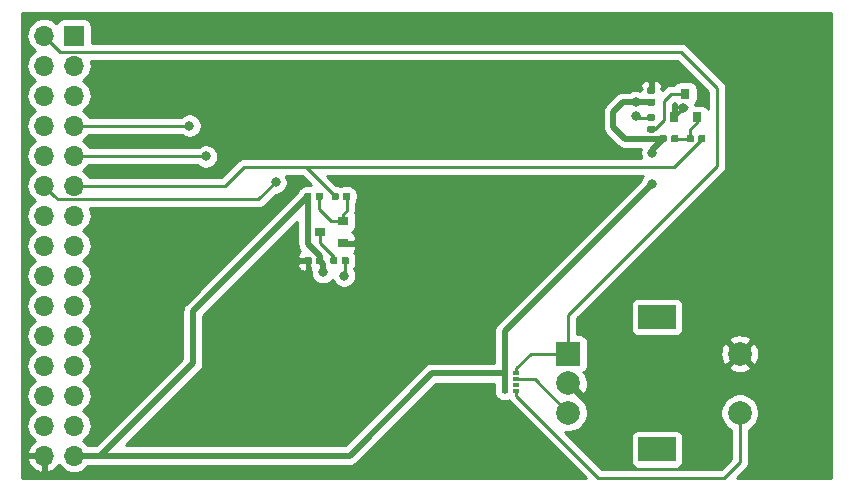
<source format=gbr>
G04 #@! TF.GenerationSoftware,KiCad,Pcbnew,5.1.2+dfsg1-1*
G04 #@! TF.CreationDate,2019-08-07T20:01:01+08:00*
G04 #@! TF.ProjectId,LCD_MINI,4c43445f-4d49-44e4-992e-6b696361645f,rev?*
G04 #@! TF.SameCoordinates,Original*
G04 #@! TF.FileFunction,Copper,L2,Bot*
G04 #@! TF.FilePolarity,Positive*
%FSLAX46Y46*%
G04 Gerber Fmt 4.6, Leading zero omitted, Abs format (unit mm)*
G04 Created by KiCad (PCBNEW 5.1.2+dfsg1-1) date 2019-08-07 20:01:01*
%MOMM*%
%LPD*%
G04 APERTURE LIST*
%ADD10O,1.700000X1.700000*%
%ADD11R,1.700000X1.700000*%
%ADD12R,2.000000X2.000000*%
%ADD13C,2.000000*%
%ADD14R,3.200000X2.000000*%
%ADD15R,0.500000X0.320000*%
%ADD16C,0.100000*%
%ADD17C,0.590000*%
%ADD18R,0.800000X0.900000*%
%ADD19R,0.900000X0.800000*%
%ADD20C,0.800000*%
%ADD21C,0.500000*%
%ADD22C,0.250000*%
%ADD23C,0.254000*%
G04 APERTURE END LIST*
D10*
X114300000Y-113030000D03*
X116840000Y-113030000D03*
X114300000Y-110490000D03*
X116840000Y-110490000D03*
X114300000Y-107950000D03*
X116840000Y-107950000D03*
X114300000Y-105410000D03*
X116840000Y-105410000D03*
X114300000Y-102870000D03*
X116840000Y-102870000D03*
X114300000Y-100330000D03*
X116840000Y-100330000D03*
X114300000Y-97790000D03*
X116840000Y-97790000D03*
X114300000Y-95250000D03*
X116840000Y-95250000D03*
X114300000Y-92710000D03*
X116840000Y-92710000D03*
X114300000Y-90170000D03*
X116840000Y-90170000D03*
X114300000Y-87630000D03*
X116840000Y-87630000D03*
X114300000Y-85090000D03*
X116840000Y-85090000D03*
X114300000Y-82550000D03*
X116840000Y-82550000D03*
X114300000Y-80010000D03*
X116840000Y-80010000D03*
X114300000Y-77470000D03*
D11*
X116840000Y-77470000D03*
D12*
X158700000Y-104400000D03*
D13*
X158700000Y-106900000D03*
X158700000Y-109400000D03*
D14*
X166200000Y-101300000D03*
X166200000Y-112500000D03*
D13*
X173200000Y-104400000D03*
X173200000Y-109400000D03*
D15*
X153300000Y-107550000D03*
X153300000Y-107050000D03*
X153300000Y-106050000D03*
X153300000Y-106550000D03*
X154300000Y-107550000D03*
X154300000Y-106550000D03*
X154300000Y-107050000D03*
X154300000Y-106050000D03*
D16*
G36*
X165886958Y-85090710D02*
G01*
X165901276Y-85092834D01*
X165915317Y-85096351D01*
X165928946Y-85101228D01*
X165942031Y-85107417D01*
X165954447Y-85114858D01*
X165966073Y-85123481D01*
X165976798Y-85133202D01*
X165986519Y-85143927D01*
X165995142Y-85155553D01*
X166002583Y-85167969D01*
X166008772Y-85181054D01*
X166013649Y-85194683D01*
X166017166Y-85208724D01*
X166019290Y-85223042D01*
X166020000Y-85237500D01*
X166020000Y-85532500D01*
X166019290Y-85546958D01*
X166017166Y-85561276D01*
X166013649Y-85575317D01*
X166008772Y-85588946D01*
X166002583Y-85602031D01*
X165995142Y-85614447D01*
X165986519Y-85626073D01*
X165976798Y-85636798D01*
X165966073Y-85646519D01*
X165954447Y-85655142D01*
X165942031Y-85662583D01*
X165928946Y-85668772D01*
X165915317Y-85673649D01*
X165901276Y-85677166D01*
X165886958Y-85679290D01*
X165872500Y-85680000D01*
X165527500Y-85680000D01*
X165513042Y-85679290D01*
X165498724Y-85677166D01*
X165484683Y-85673649D01*
X165471054Y-85668772D01*
X165457969Y-85662583D01*
X165445553Y-85655142D01*
X165433927Y-85646519D01*
X165423202Y-85636798D01*
X165413481Y-85626073D01*
X165404858Y-85614447D01*
X165397417Y-85602031D01*
X165391228Y-85588946D01*
X165386351Y-85575317D01*
X165382834Y-85561276D01*
X165380710Y-85546958D01*
X165380000Y-85532500D01*
X165380000Y-85237500D01*
X165380710Y-85223042D01*
X165382834Y-85208724D01*
X165386351Y-85194683D01*
X165391228Y-85181054D01*
X165397417Y-85167969D01*
X165404858Y-85155553D01*
X165413481Y-85143927D01*
X165423202Y-85133202D01*
X165433927Y-85123481D01*
X165445553Y-85114858D01*
X165457969Y-85107417D01*
X165471054Y-85101228D01*
X165484683Y-85096351D01*
X165498724Y-85092834D01*
X165513042Y-85090710D01*
X165527500Y-85090000D01*
X165872500Y-85090000D01*
X165886958Y-85090710D01*
X165886958Y-85090710D01*
G37*
D17*
X165700000Y-85385000D03*
D16*
G36*
X165886958Y-84120710D02*
G01*
X165901276Y-84122834D01*
X165915317Y-84126351D01*
X165928946Y-84131228D01*
X165942031Y-84137417D01*
X165954447Y-84144858D01*
X165966073Y-84153481D01*
X165976798Y-84163202D01*
X165986519Y-84173927D01*
X165995142Y-84185553D01*
X166002583Y-84197969D01*
X166008772Y-84211054D01*
X166013649Y-84224683D01*
X166017166Y-84238724D01*
X166019290Y-84253042D01*
X166020000Y-84267500D01*
X166020000Y-84562500D01*
X166019290Y-84576958D01*
X166017166Y-84591276D01*
X166013649Y-84605317D01*
X166008772Y-84618946D01*
X166002583Y-84632031D01*
X165995142Y-84644447D01*
X165986519Y-84656073D01*
X165976798Y-84666798D01*
X165966073Y-84676519D01*
X165954447Y-84685142D01*
X165942031Y-84692583D01*
X165928946Y-84698772D01*
X165915317Y-84703649D01*
X165901276Y-84707166D01*
X165886958Y-84709290D01*
X165872500Y-84710000D01*
X165527500Y-84710000D01*
X165513042Y-84709290D01*
X165498724Y-84707166D01*
X165484683Y-84703649D01*
X165471054Y-84698772D01*
X165457969Y-84692583D01*
X165445553Y-84685142D01*
X165433927Y-84676519D01*
X165423202Y-84666798D01*
X165413481Y-84656073D01*
X165404858Y-84644447D01*
X165397417Y-84632031D01*
X165391228Y-84618946D01*
X165386351Y-84605317D01*
X165382834Y-84591276D01*
X165380710Y-84576958D01*
X165380000Y-84562500D01*
X165380000Y-84267500D01*
X165380710Y-84253042D01*
X165382834Y-84238724D01*
X165386351Y-84224683D01*
X165391228Y-84211054D01*
X165397417Y-84197969D01*
X165404858Y-84185553D01*
X165413481Y-84173927D01*
X165423202Y-84163202D01*
X165433927Y-84153481D01*
X165445553Y-84144858D01*
X165457969Y-84137417D01*
X165471054Y-84131228D01*
X165484683Y-84126351D01*
X165498724Y-84122834D01*
X165513042Y-84120710D01*
X165527500Y-84120000D01*
X165872500Y-84120000D01*
X165886958Y-84120710D01*
X165886958Y-84120710D01*
G37*
D17*
X165700000Y-84415000D03*
D16*
G36*
X167846958Y-85880710D02*
G01*
X167861276Y-85882834D01*
X167875317Y-85886351D01*
X167888946Y-85891228D01*
X167902031Y-85897417D01*
X167914447Y-85904858D01*
X167926073Y-85913481D01*
X167936798Y-85923202D01*
X167946519Y-85933927D01*
X167955142Y-85945553D01*
X167962583Y-85957969D01*
X167968772Y-85971054D01*
X167973649Y-85984683D01*
X167977166Y-85998724D01*
X167979290Y-86013042D01*
X167980000Y-86027500D01*
X167980000Y-86372500D01*
X167979290Y-86386958D01*
X167977166Y-86401276D01*
X167973649Y-86415317D01*
X167968772Y-86428946D01*
X167962583Y-86442031D01*
X167955142Y-86454447D01*
X167946519Y-86466073D01*
X167936798Y-86476798D01*
X167926073Y-86486519D01*
X167914447Y-86495142D01*
X167902031Y-86502583D01*
X167888946Y-86508772D01*
X167875317Y-86513649D01*
X167861276Y-86517166D01*
X167846958Y-86519290D01*
X167832500Y-86520000D01*
X167537500Y-86520000D01*
X167523042Y-86519290D01*
X167508724Y-86517166D01*
X167494683Y-86513649D01*
X167481054Y-86508772D01*
X167467969Y-86502583D01*
X167455553Y-86495142D01*
X167443927Y-86486519D01*
X167433202Y-86476798D01*
X167423481Y-86466073D01*
X167414858Y-86454447D01*
X167407417Y-86442031D01*
X167401228Y-86428946D01*
X167396351Y-86415317D01*
X167392834Y-86401276D01*
X167390710Y-86386958D01*
X167390000Y-86372500D01*
X167390000Y-86027500D01*
X167390710Y-86013042D01*
X167392834Y-85998724D01*
X167396351Y-85984683D01*
X167401228Y-85971054D01*
X167407417Y-85957969D01*
X167414858Y-85945553D01*
X167423481Y-85933927D01*
X167433202Y-85923202D01*
X167443927Y-85913481D01*
X167455553Y-85904858D01*
X167467969Y-85897417D01*
X167481054Y-85891228D01*
X167494683Y-85886351D01*
X167508724Y-85882834D01*
X167523042Y-85880710D01*
X167537500Y-85880000D01*
X167832500Y-85880000D01*
X167846958Y-85880710D01*
X167846958Y-85880710D01*
G37*
D17*
X167685000Y-86200000D03*
D16*
G36*
X166876958Y-85880710D02*
G01*
X166891276Y-85882834D01*
X166905317Y-85886351D01*
X166918946Y-85891228D01*
X166932031Y-85897417D01*
X166944447Y-85904858D01*
X166956073Y-85913481D01*
X166966798Y-85923202D01*
X166976519Y-85933927D01*
X166985142Y-85945553D01*
X166992583Y-85957969D01*
X166998772Y-85971054D01*
X167003649Y-85984683D01*
X167007166Y-85998724D01*
X167009290Y-86013042D01*
X167010000Y-86027500D01*
X167010000Y-86372500D01*
X167009290Y-86386958D01*
X167007166Y-86401276D01*
X167003649Y-86415317D01*
X166998772Y-86428946D01*
X166992583Y-86442031D01*
X166985142Y-86454447D01*
X166976519Y-86466073D01*
X166966798Y-86476798D01*
X166956073Y-86486519D01*
X166944447Y-86495142D01*
X166932031Y-86502583D01*
X166918946Y-86508772D01*
X166905317Y-86513649D01*
X166891276Y-86517166D01*
X166876958Y-86519290D01*
X166862500Y-86520000D01*
X166567500Y-86520000D01*
X166553042Y-86519290D01*
X166538724Y-86517166D01*
X166524683Y-86513649D01*
X166511054Y-86508772D01*
X166497969Y-86502583D01*
X166485553Y-86495142D01*
X166473927Y-86486519D01*
X166463202Y-86476798D01*
X166453481Y-86466073D01*
X166444858Y-86454447D01*
X166437417Y-86442031D01*
X166431228Y-86428946D01*
X166426351Y-86415317D01*
X166422834Y-86401276D01*
X166420710Y-86386958D01*
X166420000Y-86372500D01*
X166420000Y-86027500D01*
X166420710Y-86013042D01*
X166422834Y-85998724D01*
X166426351Y-85984683D01*
X166431228Y-85971054D01*
X166437417Y-85957969D01*
X166444858Y-85945553D01*
X166453481Y-85933927D01*
X166463202Y-85923202D01*
X166473927Y-85913481D01*
X166485553Y-85904858D01*
X166497969Y-85897417D01*
X166511054Y-85891228D01*
X166524683Y-85886351D01*
X166538724Y-85882834D01*
X166553042Y-85880710D01*
X166567500Y-85880000D01*
X166862500Y-85880000D01*
X166876958Y-85880710D01*
X166876958Y-85880710D01*
G37*
D17*
X166715000Y-86200000D03*
D16*
G36*
X170146958Y-85880710D02*
G01*
X170161276Y-85882834D01*
X170175317Y-85886351D01*
X170188946Y-85891228D01*
X170202031Y-85897417D01*
X170214447Y-85904858D01*
X170226073Y-85913481D01*
X170236798Y-85923202D01*
X170246519Y-85933927D01*
X170255142Y-85945553D01*
X170262583Y-85957969D01*
X170268772Y-85971054D01*
X170273649Y-85984683D01*
X170277166Y-85998724D01*
X170279290Y-86013042D01*
X170280000Y-86027500D01*
X170280000Y-86372500D01*
X170279290Y-86386958D01*
X170277166Y-86401276D01*
X170273649Y-86415317D01*
X170268772Y-86428946D01*
X170262583Y-86442031D01*
X170255142Y-86454447D01*
X170246519Y-86466073D01*
X170236798Y-86476798D01*
X170226073Y-86486519D01*
X170214447Y-86495142D01*
X170202031Y-86502583D01*
X170188946Y-86508772D01*
X170175317Y-86513649D01*
X170161276Y-86517166D01*
X170146958Y-86519290D01*
X170132500Y-86520000D01*
X169837500Y-86520000D01*
X169823042Y-86519290D01*
X169808724Y-86517166D01*
X169794683Y-86513649D01*
X169781054Y-86508772D01*
X169767969Y-86502583D01*
X169755553Y-86495142D01*
X169743927Y-86486519D01*
X169733202Y-86476798D01*
X169723481Y-86466073D01*
X169714858Y-86454447D01*
X169707417Y-86442031D01*
X169701228Y-86428946D01*
X169696351Y-86415317D01*
X169692834Y-86401276D01*
X169690710Y-86386958D01*
X169690000Y-86372500D01*
X169690000Y-86027500D01*
X169690710Y-86013042D01*
X169692834Y-85998724D01*
X169696351Y-85984683D01*
X169701228Y-85971054D01*
X169707417Y-85957969D01*
X169714858Y-85945553D01*
X169723481Y-85933927D01*
X169733202Y-85923202D01*
X169743927Y-85913481D01*
X169755553Y-85904858D01*
X169767969Y-85897417D01*
X169781054Y-85891228D01*
X169794683Y-85886351D01*
X169808724Y-85882834D01*
X169823042Y-85880710D01*
X169837500Y-85880000D01*
X170132500Y-85880000D01*
X170146958Y-85880710D01*
X170146958Y-85880710D01*
G37*
D17*
X169985000Y-86200000D03*
D16*
G36*
X169176958Y-85880710D02*
G01*
X169191276Y-85882834D01*
X169205317Y-85886351D01*
X169218946Y-85891228D01*
X169232031Y-85897417D01*
X169244447Y-85904858D01*
X169256073Y-85913481D01*
X169266798Y-85923202D01*
X169276519Y-85933927D01*
X169285142Y-85945553D01*
X169292583Y-85957969D01*
X169298772Y-85971054D01*
X169303649Y-85984683D01*
X169307166Y-85998724D01*
X169309290Y-86013042D01*
X169310000Y-86027500D01*
X169310000Y-86372500D01*
X169309290Y-86386958D01*
X169307166Y-86401276D01*
X169303649Y-86415317D01*
X169298772Y-86428946D01*
X169292583Y-86442031D01*
X169285142Y-86454447D01*
X169276519Y-86466073D01*
X169266798Y-86476798D01*
X169256073Y-86486519D01*
X169244447Y-86495142D01*
X169232031Y-86502583D01*
X169218946Y-86508772D01*
X169205317Y-86513649D01*
X169191276Y-86517166D01*
X169176958Y-86519290D01*
X169162500Y-86520000D01*
X168867500Y-86520000D01*
X168853042Y-86519290D01*
X168838724Y-86517166D01*
X168824683Y-86513649D01*
X168811054Y-86508772D01*
X168797969Y-86502583D01*
X168785553Y-86495142D01*
X168773927Y-86486519D01*
X168763202Y-86476798D01*
X168753481Y-86466073D01*
X168744858Y-86454447D01*
X168737417Y-86442031D01*
X168731228Y-86428946D01*
X168726351Y-86415317D01*
X168722834Y-86401276D01*
X168720710Y-86386958D01*
X168720000Y-86372500D01*
X168720000Y-86027500D01*
X168720710Y-86013042D01*
X168722834Y-85998724D01*
X168726351Y-85984683D01*
X168731228Y-85971054D01*
X168737417Y-85957969D01*
X168744858Y-85945553D01*
X168753481Y-85933927D01*
X168763202Y-85923202D01*
X168773927Y-85913481D01*
X168785553Y-85904858D01*
X168797969Y-85897417D01*
X168811054Y-85891228D01*
X168824683Y-85886351D01*
X168838724Y-85882834D01*
X168853042Y-85880710D01*
X168867500Y-85880000D01*
X169162500Y-85880000D01*
X169176958Y-85880710D01*
X169176958Y-85880710D01*
G37*
D17*
X169015000Y-86200000D03*
D16*
G36*
X139006958Y-96200710D02*
G01*
X139021276Y-96202834D01*
X139035317Y-96206351D01*
X139048946Y-96211228D01*
X139062031Y-96217417D01*
X139074447Y-96224858D01*
X139086073Y-96233481D01*
X139096798Y-96243202D01*
X139106519Y-96253927D01*
X139115142Y-96265553D01*
X139122583Y-96277969D01*
X139128772Y-96291054D01*
X139133649Y-96304683D01*
X139137166Y-96318724D01*
X139139290Y-96333042D01*
X139140000Y-96347500D01*
X139140000Y-96692500D01*
X139139290Y-96706958D01*
X139137166Y-96721276D01*
X139133649Y-96735317D01*
X139128772Y-96748946D01*
X139122583Y-96762031D01*
X139115142Y-96774447D01*
X139106519Y-96786073D01*
X139096798Y-96796798D01*
X139086073Y-96806519D01*
X139074447Y-96815142D01*
X139062031Y-96822583D01*
X139048946Y-96828772D01*
X139035317Y-96833649D01*
X139021276Y-96837166D01*
X139006958Y-96839290D01*
X138992500Y-96840000D01*
X138697500Y-96840000D01*
X138683042Y-96839290D01*
X138668724Y-96837166D01*
X138654683Y-96833649D01*
X138641054Y-96828772D01*
X138627969Y-96822583D01*
X138615553Y-96815142D01*
X138603927Y-96806519D01*
X138593202Y-96796798D01*
X138583481Y-96786073D01*
X138574858Y-96774447D01*
X138567417Y-96762031D01*
X138561228Y-96748946D01*
X138556351Y-96735317D01*
X138552834Y-96721276D01*
X138550710Y-96706958D01*
X138550000Y-96692500D01*
X138550000Y-96347500D01*
X138550710Y-96333042D01*
X138552834Y-96318724D01*
X138556351Y-96304683D01*
X138561228Y-96291054D01*
X138567417Y-96277969D01*
X138574858Y-96265553D01*
X138583481Y-96253927D01*
X138593202Y-96243202D01*
X138603927Y-96233481D01*
X138615553Y-96224858D01*
X138627969Y-96217417D01*
X138641054Y-96211228D01*
X138654683Y-96206351D01*
X138668724Y-96202834D01*
X138683042Y-96200710D01*
X138697500Y-96200000D01*
X138992500Y-96200000D01*
X139006958Y-96200710D01*
X139006958Y-96200710D01*
G37*
D17*
X138845000Y-96520000D03*
D16*
G36*
X139976958Y-96200710D02*
G01*
X139991276Y-96202834D01*
X140005317Y-96206351D01*
X140018946Y-96211228D01*
X140032031Y-96217417D01*
X140044447Y-96224858D01*
X140056073Y-96233481D01*
X140066798Y-96243202D01*
X140076519Y-96253927D01*
X140085142Y-96265553D01*
X140092583Y-96277969D01*
X140098772Y-96291054D01*
X140103649Y-96304683D01*
X140107166Y-96318724D01*
X140109290Y-96333042D01*
X140110000Y-96347500D01*
X140110000Y-96692500D01*
X140109290Y-96706958D01*
X140107166Y-96721276D01*
X140103649Y-96735317D01*
X140098772Y-96748946D01*
X140092583Y-96762031D01*
X140085142Y-96774447D01*
X140076519Y-96786073D01*
X140066798Y-96796798D01*
X140056073Y-96806519D01*
X140044447Y-96815142D01*
X140032031Y-96822583D01*
X140018946Y-96828772D01*
X140005317Y-96833649D01*
X139991276Y-96837166D01*
X139976958Y-96839290D01*
X139962500Y-96840000D01*
X139667500Y-96840000D01*
X139653042Y-96839290D01*
X139638724Y-96837166D01*
X139624683Y-96833649D01*
X139611054Y-96828772D01*
X139597969Y-96822583D01*
X139585553Y-96815142D01*
X139573927Y-96806519D01*
X139563202Y-96796798D01*
X139553481Y-96786073D01*
X139544858Y-96774447D01*
X139537417Y-96762031D01*
X139531228Y-96748946D01*
X139526351Y-96735317D01*
X139522834Y-96721276D01*
X139520710Y-96706958D01*
X139520000Y-96692500D01*
X139520000Y-96347500D01*
X139520710Y-96333042D01*
X139522834Y-96318724D01*
X139526351Y-96304683D01*
X139531228Y-96291054D01*
X139537417Y-96277969D01*
X139544858Y-96265553D01*
X139553481Y-96253927D01*
X139563202Y-96243202D01*
X139573927Y-96233481D01*
X139585553Y-96224858D01*
X139597969Y-96217417D01*
X139611054Y-96211228D01*
X139624683Y-96206351D01*
X139638724Y-96202834D01*
X139653042Y-96200710D01*
X139667500Y-96200000D01*
X139962500Y-96200000D01*
X139976958Y-96200710D01*
X139976958Y-96200710D01*
G37*
D17*
X139815000Y-96520000D03*
D16*
G36*
X137776958Y-90760710D02*
G01*
X137791276Y-90762834D01*
X137805317Y-90766351D01*
X137818946Y-90771228D01*
X137832031Y-90777417D01*
X137844447Y-90784858D01*
X137856073Y-90793481D01*
X137866798Y-90803202D01*
X137876519Y-90813927D01*
X137885142Y-90825553D01*
X137892583Y-90837969D01*
X137898772Y-90851054D01*
X137903649Y-90864683D01*
X137907166Y-90878724D01*
X137909290Y-90893042D01*
X137910000Y-90907500D01*
X137910000Y-91252500D01*
X137909290Y-91266958D01*
X137907166Y-91281276D01*
X137903649Y-91295317D01*
X137898772Y-91308946D01*
X137892583Y-91322031D01*
X137885142Y-91334447D01*
X137876519Y-91346073D01*
X137866798Y-91356798D01*
X137856073Y-91366519D01*
X137844447Y-91375142D01*
X137832031Y-91382583D01*
X137818946Y-91388772D01*
X137805317Y-91393649D01*
X137791276Y-91397166D01*
X137776958Y-91399290D01*
X137762500Y-91400000D01*
X137467500Y-91400000D01*
X137453042Y-91399290D01*
X137438724Y-91397166D01*
X137424683Y-91393649D01*
X137411054Y-91388772D01*
X137397969Y-91382583D01*
X137385553Y-91375142D01*
X137373927Y-91366519D01*
X137363202Y-91356798D01*
X137353481Y-91346073D01*
X137344858Y-91334447D01*
X137337417Y-91322031D01*
X137331228Y-91308946D01*
X137326351Y-91295317D01*
X137322834Y-91281276D01*
X137320710Y-91266958D01*
X137320000Y-91252500D01*
X137320000Y-90907500D01*
X137320710Y-90893042D01*
X137322834Y-90878724D01*
X137326351Y-90864683D01*
X137331228Y-90851054D01*
X137337417Y-90837969D01*
X137344858Y-90825553D01*
X137353481Y-90813927D01*
X137363202Y-90803202D01*
X137373927Y-90793481D01*
X137385553Y-90784858D01*
X137397969Y-90777417D01*
X137411054Y-90771228D01*
X137424683Y-90766351D01*
X137438724Y-90762834D01*
X137453042Y-90760710D01*
X137467500Y-90760000D01*
X137762500Y-90760000D01*
X137776958Y-90760710D01*
X137776958Y-90760710D01*
G37*
D17*
X137615000Y-91080000D03*
D16*
G36*
X136806958Y-90760710D02*
G01*
X136821276Y-90762834D01*
X136835317Y-90766351D01*
X136848946Y-90771228D01*
X136862031Y-90777417D01*
X136874447Y-90784858D01*
X136886073Y-90793481D01*
X136896798Y-90803202D01*
X136906519Y-90813927D01*
X136915142Y-90825553D01*
X136922583Y-90837969D01*
X136928772Y-90851054D01*
X136933649Y-90864683D01*
X136937166Y-90878724D01*
X136939290Y-90893042D01*
X136940000Y-90907500D01*
X136940000Y-91252500D01*
X136939290Y-91266958D01*
X136937166Y-91281276D01*
X136933649Y-91295317D01*
X136928772Y-91308946D01*
X136922583Y-91322031D01*
X136915142Y-91334447D01*
X136906519Y-91346073D01*
X136896798Y-91356798D01*
X136886073Y-91366519D01*
X136874447Y-91375142D01*
X136862031Y-91382583D01*
X136848946Y-91388772D01*
X136835317Y-91393649D01*
X136821276Y-91397166D01*
X136806958Y-91399290D01*
X136792500Y-91400000D01*
X136497500Y-91400000D01*
X136483042Y-91399290D01*
X136468724Y-91397166D01*
X136454683Y-91393649D01*
X136441054Y-91388772D01*
X136427969Y-91382583D01*
X136415553Y-91375142D01*
X136403927Y-91366519D01*
X136393202Y-91356798D01*
X136383481Y-91346073D01*
X136374858Y-91334447D01*
X136367417Y-91322031D01*
X136361228Y-91308946D01*
X136356351Y-91295317D01*
X136352834Y-91281276D01*
X136350710Y-91266958D01*
X136350000Y-91252500D01*
X136350000Y-90907500D01*
X136350710Y-90893042D01*
X136352834Y-90878724D01*
X136356351Y-90864683D01*
X136361228Y-90851054D01*
X136367417Y-90837969D01*
X136374858Y-90825553D01*
X136383481Y-90813927D01*
X136393202Y-90803202D01*
X136403927Y-90793481D01*
X136415553Y-90784858D01*
X136427969Y-90777417D01*
X136441054Y-90771228D01*
X136454683Y-90766351D01*
X136468724Y-90762834D01*
X136483042Y-90760710D01*
X136497500Y-90760000D01*
X136792500Y-90760000D01*
X136806958Y-90760710D01*
X136806958Y-90760710D01*
G37*
D17*
X136645000Y-91080000D03*
D16*
G36*
X139106958Y-90760710D02*
G01*
X139121276Y-90762834D01*
X139135317Y-90766351D01*
X139148946Y-90771228D01*
X139162031Y-90777417D01*
X139174447Y-90784858D01*
X139186073Y-90793481D01*
X139196798Y-90803202D01*
X139206519Y-90813927D01*
X139215142Y-90825553D01*
X139222583Y-90837969D01*
X139228772Y-90851054D01*
X139233649Y-90864683D01*
X139237166Y-90878724D01*
X139239290Y-90893042D01*
X139240000Y-90907500D01*
X139240000Y-91252500D01*
X139239290Y-91266958D01*
X139237166Y-91281276D01*
X139233649Y-91295317D01*
X139228772Y-91308946D01*
X139222583Y-91322031D01*
X139215142Y-91334447D01*
X139206519Y-91346073D01*
X139196798Y-91356798D01*
X139186073Y-91366519D01*
X139174447Y-91375142D01*
X139162031Y-91382583D01*
X139148946Y-91388772D01*
X139135317Y-91393649D01*
X139121276Y-91397166D01*
X139106958Y-91399290D01*
X139092500Y-91400000D01*
X138797500Y-91400000D01*
X138783042Y-91399290D01*
X138768724Y-91397166D01*
X138754683Y-91393649D01*
X138741054Y-91388772D01*
X138727969Y-91382583D01*
X138715553Y-91375142D01*
X138703927Y-91366519D01*
X138693202Y-91356798D01*
X138683481Y-91346073D01*
X138674858Y-91334447D01*
X138667417Y-91322031D01*
X138661228Y-91308946D01*
X138656351Y-91295317D01*
X138652834Y-91281276D01*
X138650710Y-91266958D01*
X138650000Y-91252500D01*
X138650000Y-90907500D01*
X138650710Y-90893042D01*
X138652834Y-90878724D01*
X138656351Y-90864683D01*
X138661228Y-90851054D01*
X138667417Y-90837969D01*
X138674858Y-90825553D01*
X138683481Y-90813927D01*
X138693202Y-90803202D01*
X138703927Y-90793481D01*
X138715553Y-90784858D01*
X138727969Y-90777417D01*
X138741054Y-90771228D01*
X138754683Y-90766351D01*
X138768724Y-90762834D01*
X138783042Y-90760710D01*
X138797500Y-90760000D01*
X139092500Y-90760000D01*
X139106958Y-90760710D01*
X139106958Y-90760710D01*
G37*
D17*
X138945000Y-91080000D03*
D16*
G36*
X140076958Y-90760710D02*
G01*
X140091276Y-90762834D01*
X140105317Y-90766351D01*
X140118946Y-90771228D01*
X140132031Y-90777417D01*
X140144447Y-90784858D01*
X140156073Y-90793481D01*
X140166798Y-90803202D01*
X140176519Y-90813927D01*
X140185142Y-90825553D01*
X140192583Y-90837969D01*
X140198772Y-90851054D01*
X140203649Y-90864683D01*
X140207166Y-90878724D01*
X140209290Y-90893042D01*
X140210000Y-90907500D01*
X140210000Y-91252500D01*
X140209290Y-91266958D01*
X140207166Y-91281276D01*
X140203649Y-91295317D01*
X140198772Y-91308946D01*
X140192583Y-91322031D01*
X140185142Y-91334447D01*
X140176519Y-91346073D01*
X140166798Y-91356798D01*
X140156073Y-91366519D01*
X140144447Y-91375142D01*
X140132031Y-91382583D01*
X140118946Y-91388772D01*
X140105317Y-91393649D01*
X140091276Y-91397166D01*
X140076958Y-91399290D01*
X140062500Y-91400000D01*
X139767500Y-91400000D01*
X139753042Y-91399290D01*
X139738724Y-91397166D01*
X139724683Y-91393649D01*
X139711054Y-91388772D01*
X139697969Y-91382583D01*
X139685553Y-91375142D01*
X139673927Y-91366519D01*
X139663202Y-91356798D01*
X139653481Y-91346073D01*
X139644858Y-91334447D01*
X139637417Y-91322031D01*
X139631228Y-91308946D01*
X139626351Y-91295317D01*
X139622834Y-91281276D01*
X139620710Y-91266958D01*
X139620000Y-91252500D01*
X139620000Y-90907500D01*
X139620710Y-90893042D01*
X139622834Y-90878724D01*
X139626351Y-90864683D01*
X139631228Y-90851054D01*
X139637417Y-90837969D01*
X139644858Y-90825553D01*
X139653481Y-90813927D01*
X139663202Y-90803202D01*
X139673927Y-90793481D01*
X139685553Y-90784858D01*
X139697969Y-90777417D01*
X139711054Y-90771228D01*
X139724683Y-90766351D01*
X139738724Y-90762834D01*
X139753042Y-90760710D01*
X139767500Y-90760000D01*
X140062500Y-90760000D01*
X140076958Y-90760710D01*
X140076958Y-90760710D01*
G37*
D17*
X139915000Y-91080000D03*
D18*
X168600000Y-82400000D03*
X167650000Y-84400000D03*
X169550000Y-84400000D03*
D19*
X137630000Y-94080000D03*
X139630000Y-95030000D03*
X139630000Y-93130000D03*
D16*
G36*
X165886958Y-82805710D02*
G01*
X165901276Y-82807834D01*
X165915317Y-82811351D01*
X165928946Y-82816228D01*
X165942031Y-82822417D01*
X165954447Y-82829858D01*
X165966073Y-82838481D01*
X165976798Y-82848202D01*
X165986519Y-82858927D01*
X165995142Y-82870553D01*
X166002583Y-82882969D01*
X166008772Y-82896054D01*
X166013649Y-82909683D01*
X166017166Y-82923724D01*
X166019290Y-82938042D01*
X166020000Y-82952500D01*
X166020000Y-83247500D01*
X166019290Y-83261958D01*
X166017166Y-83276276D01*
X166013649Y-83290317D01*
X166008772Y-83303946D01*
X166002583Y-83317031D01*
X165995142Y-83329447D01*
X165986519Y-83341073D01*
X165976798Y-83351798D01*
X165966073Y-83361519D01*
X165954447Y-83370142D01*
X165942031Y-83377583D01*
X165928946Y-83383772D01*
X165915317Y-83388649D01*
X165901276Y-83392166D01*
X165886958Y-83394290D01*
X165872500Y-83395000D01*
X165527500Y-83395000D01*
X165513042Y-83394290D01*
X165498724Y-83392166D01*
X165484683Y-83388649D01*
X165471054Y-83383772D01*
X165457969Y-83377583D01*
X165445553Y-83370142D01*
X165433927Y-83361519D01*
X165423202Y-83351798D01*
X165413481Y-83341073D01*
X165404858Y-83329447D01*
X165397417Y-83317031D01*
X165391228Y-83303946D01*
X165386351Y-83290317D01*
X165382834Y-83276276D01*
X165380710Y-83261958D01*
X165380000Y-83247500D01*
X165380000Y-82952500D01*
X165380710Y-82938042D01*
X165382834Y-82923724D01*
X165386351Y-82909683D01*
X165391228Y-82896054D01*
X165397417Y-82882969D01*
X165404858Y-82870553D01*
X165413481Y-82858927D01*
X165423202Y-82848202D01*
X165433927Y-82838481D01*
X165445553Y-82829858D01*
X165457969Y-82822417D01*
X165471054Y-82816228D01*
X165484683Y-82811351D01*
X165498724Y-82807834D01*
X165513042Y-82805710D01*
X165527500Y-82805000D01*
X165872500Y-82805000D01*
X165886958Y-82805710D01*
X165886958Y-82805710D01*
G37*
D17*
X165700000Y-83100000D03*
D16*
G36*
X165886958Y-81835710D02*
G01*
X165901276Y-81837834D01*
X165915317Y-81841351D01*
X165928946Y-81846228D01*
X165942031Y-81852417D01*
X165954447Y-81859858D01*
X165966073Y-81868481D01*
X165976798Y-81878202D01*
X165986519Y-81888927D01*
X165995142Y-81900553D01*
X166002583Y-81912969D01*
X166008772Y-81926054D01*
X166013649Y-81939683D01*
X166017166Y-81953724D01*
X166019290Y-81968042D01*
X166020000Y-81982500D01*
X166020000Y-82277500D01*
X166019290Y-82291958D01*
X166017166Y-82306276D01*
X166013649Y-82320317D01*
X166008772Y-82333946D01*
X166002583Y-82347031D01*
X165995142Y-82359447D01*
X165986519Y-82371073D01*
X165976798Y-82381798D01*
X165966073Y-82391519D01*
X165954447Y-82400142D01*
X165942031Y-82407583D01*
X165928946Y-82413772D01*
X165915317Y-82418649D01*
X165901276Y-82422166D01*
X165886958Y-82424290D01*
X165872500Y-82425000D01*
X165527500Y-82425000D01*
X165513042Y-82424290D01*
X165498724Y-82422166D01*
X165484683Y-82418649D01*
X165471054Y-82413772D01*
X165457969Y-82407583D01*
X165445553Y-82400142D01*
X165433927Y-82391519D01*
X165423202Y-82381798D01*
X165413481Y-82371073D01*
X165404858Y-82359447D01*
X165397417Y-82347031D01*
X165391228Y-82333946D01*
X165386351Y-82320317D01*
X165382834Y-82306276D01*
X165380710Y-82291958D01*
X165380000Y-82277500D01*
X165380000Y-81982500D01*
X165380710Y-81968042D01*
X165382834Y-81953724D01*
X165386351Y-81939683D01*
X165391228Y-81926054D01*
X165397417Y-81912969D01*
X165404858Y-81900553D01*
X165413481Y-81888927D01*
X165423202Y-81878202D01*
X165433927Y-81868481D01*
X165445553Y-81859858D01*
X165457969Y-81852417D01*
X165471054Y-81846228D01*
X165484683Y-81841351D01*
X165498724Y-81837834D01*
X165513042Y-81835710D01*
X165527500Y-81835000D01*
X165872500Y-81835000D01*
X165886958Y-81835710D01*
X165886958Y-81835710D01*
G37*
D17*
X165700000Y-82130000D03*
D16*
G36*
X137806958Y-96200710D02*
G01*
X137821276Y-96202834D01*
X137835317Y-96206351D01*
X137848946Y-96211228D01*
X137862031Y-96217417D01*
X137874447Y-96224858D01*
X137886073Y-96233481D01*
X137896798Y-96243202D01*
X137906519Y-96253927D01*
X137915142Y-96265553D01*
X137922583Y-96277969D01*
X137928772Y-96291054D01*
X137933649Y-96304683D01*
X137937166Y-96318724D01*
X137939290Y-96333042D01*
X137940000Y-96347500D01*
X137940000Y-96692500D01*
X137939290Y-96706958D01*
X137937166Y-96721276D01*
X137933649Y-96735317D01*
X137928772Y-96748946D01*
X137922583Y-96762031D01*
X137915142Y-96774447D01*
X137906519Y-96786073D01*
X137896798Y-96796798D01*
X137886073Y-96806519D01*
X137874447Y-96815142D01*
X137862031Y-96822583D01*
X137848946Y-96828772D01*
X137835317Y-96833649D01*
X137821276Y-96837166D01*
X137806958Y-96839290D01*
X137792500Y-96840000D01*
X137497500Y-96840000D01*
X137483042Y-96839290D01*
X137468724Y-96837166D01*
X137454683Y-96833649D01*
X137441054Y-96828772D01*
X137427969Y-96822583D01*
X137415553Y-96815142D01*
X137403927Y-96806519D01*
X137393202Y-96796798D01*
X137383481Y-96786073D01*
X137374858Y-96774447D01*
X137367417Y-96762031D01*
X137361228Y-96748946D01*
X137356351Y-96735317D01*
X137352834Y-96721276D01*
X137350710Y-96706958D01*
X137350000Y-96692500D01*
X137350000Y-96347500D01*
X137350710Y-96333042D01*
X137352834Y-96318724D01*
X137356351Y-96304683D01*
X137361228Y-96291054D01*
X137367417Y-96277969D01*
X137374858Y-96265553D01*
X137383481Y-96253927D01*
X137393202Y-96243202D01*
X137403927Y-96233481D01*
X137415553Y-96224858D01*
X137427969Y-96217417D01*
X137441054Y-96211228D01*
X137454683Y-96206351D01*
X137468724Y-96202834D01*
X137483042Y-96200710D01*
X137497500Y-96200000D01*
X137792500Y-96200000D01*
X137806958Y-96200710D01*
X137806958Y-96200710D01*
G37*
D17*
X137645000Y-96520000D03*
D16*
G36*
X136836958Y-96200710D02*
G01*
X136851276Y-96202834D01*
X136865317Y-96206351D01*
X136878946Y-96211228D01*
X136892031Y-96217417D01*
X136904447Y-96224858D01*
X136916073Y-96233481D01*
X136926798Y-96243202D01*
X136936519Y-96253927D01*
X136945142Y-96265553D01*
X136952583Y-96277969D01*
X136958772Y-96291054D01*
X136963649Y-96304683D01*
X136967166Y-96318724D01*
X136969290Y-96333042D01*
X136970000Y-96347500D01*
X136970000Y-96692500D01*
X136969290Y-96706958D01*
X136967166Y-96721276D01*
X136963649Y-96735317D01*
X136958772Y-96748946D01*
X136952583Y-96762031D01*
X136945142Y-96774447D01*
X136936519Y-96786073D01*
X136926798Y-96796798D01*
X136916073Y-96806519D01*
X136904447Y-96815142D01*
X136892031Y-96822583D01*
X136878946Y-96828772D01*
X136865317Y-96833649D01*
X136851276Y-96837166D01*
X136836958Y-96839290D01*
X136822500Y-96840000D01*
X136527500Y-96840000D01*
X136513042Y-96839290D01*
X136498724Y-96837166D01*
X136484683Y-96833649D01*
X136471054Y-96828772D01*
X136457969Y-96822583D01*
X136445553Y-96815142D01*
X136433927Y-96806519D01*
X136423202Y-96796798D01*
X136413481Y-96786073D01*
X136404858Y-96774447D01*
X136397417Y-96762031D01*
X136391228Y-96748946D01*
X136386351Y-96735317D01*
X136382834Y-96721276D01*
X136380710Y-96706958D01*
X136380000Y-96692500D01*
X136380000Y-96347500D01*
X136380710Y-96333042D01*
X136382834Y-96318724D01*
X136386351Y-96304683D01*
X136391228Y-96291054D01*
X136397417Y-96277969D01*
X136404858Y-96265553D01*
X136413481Y-96253927D01*
X136423202Y-96243202D01*
X136433927Y-96233481D01*
X136445553Y-96224858D01*
X136457969Y-96217417D01*
X136471054Y-96211228D01*
X136484683Y-96206351D01*
X136498724Y-96202834D01*
X136513042Y-96200710D01*
X136527500Y-96200000D01*
X136822500Y-96200000D01*
X136836958Y-96200710D01*
X136836958Y-96200710D01*
G37*
D17*
X136675000Y-96520000D03*
D20*
X137900000Y-97500000D03*
X164400000Y-83100000D03*
X165800000Y-90000000D03*
X165800000Y-87400000D03*
X121000000Y-97000000D03*
X121000000Y-100000000D03*
X128000000Y-108000000D03*
X136000000Y-108000000D03*
X142000000Y-93000000D03*
X147000000Y-93000000D03*
X138000000Y-82000000D03*
X149000000Y-82000000D03*
X177000000Y-80000000D03*
X177000000Y-94000000D03*
X155000000Y-87000000D03*
X168400000Y-83600000D03*
X167000000Y-80000000D03*
X126000000Y-93000000D03*
X128000000Y-95000000D03*
X142000000Y-99000000D03*
X142000000Y-101000000D03*
X137400000Y-101400000D03*
X160000000Y-85400000D03*
X133900000Y-89900000D03*
X128000000Y-87700000D03*
X126600000Y-85100000D03*
X139700000Y-97790000D03*
X164400000Y-84300000D03*
D21*
X126900000Y-100825000D02*
X136645000Y-91080000D01*
X126900000Y-105200000D02*
X126900000Y-100825000D01*
X119070000Y-113030000D02*
X126900000Y-105200000D01*
X116840000Y-113030000D02*
X119070000Y-113030000D01*
X119070000Y-113030000D02*
X140170000Y-113030000D01*
X147150000Y-106050000D02*
X153150000Y-106050000D01*
X140170000Y-113030000D02*
X147150000Y-106050000D01*
X153300000Y-106200000D02*
X153300000Y-107550000D01*
X153150000Y-106050000D02*
X153300000Y-106200000D01*
X137900000Y-96775000D02*
X137645000Y-96520000D01*
X137900000Y-97500000D02*
X137900000Y-96775000D01*
X136645000Y-91500000D02*
X136645000Y-91080000D01*
X136645000Y-95100000D02*
X136645000Y-91500000D01*
X137645000Y-96100000D02*
X136645000Y-95100000D01*
X137645000Y-96520000D02*
X137645000Y-96100000D01*
X164400000Y-83100000D02*
X165700000Y-83100000D01*
X163300000Y-83100000D02*
X164400000Y-83100000D01*
X162500000Y-83900000D02*
X163300000Y-83100000D01*
X166715000Y-86200000D02*
X163500000Y-86200000D01*
X162500000Y-85200000D02*
X162500000Y-83900000D01*
X163500000Y-86200000D02*
X162500000Y-85200000D01*
X153300000Y-106050000D02*
X153300000Y-102500000D01*
X153300000Y-102500000D02*
X165800000Y-90000000D01*
X165800000Y-87115000D02*
X166715000Y-86200000D01*
X165800000Y-87400000D02*
X165800000Y-87115000D01*
D22*
X167650000Y-84350000D02*
X168400000Y-83600000D01*
X167650000Y-84400000D02*
X167650000Y-84350000D01*
X154300000Y-107960000D02*
X161240000Y-114900000D01*
X154300000Y-107550000D02*
X154300000Y-107960000D01*
X173200000Y-113600000D02*
X171900000Y-114900000D01*
X161240000Y-114900000D02*
X171900000Y-114900000D01*
X173200000Y-113600000D02*
X173200000Y-109400000D01*
X129630000Y-90170000D02*
X116840000Y-90170000D01*
X131200000Y-88600000D02*
X129630000Y-90170000D01*
X138945000Y-91080000D02*
X136465000Y-88600000D01*
X167603232Y-88600000D02*
X136100000Y-88600000D01*
X169650832Y-86552400D02*
X167603232Y-88600000D01*
X169650832Y-86534168D02*
X169650832Y-86552400D01*
X136465000Y-88600000D02*
X136100000Y-88600000D01*
X169985000Y-86200000D02*
X169650832Y-86534168D01*
X136100000Y-88600000D02*
X131200000Y-88600000D01*
X115149999Y-91019999D02*
X114300000Y-90170000D01*
X115475001Y-91345001D02*
X115149999Y-91019999D01*
X132454999Y-91345001D02*
X115475001Y-91345001D01*
X133900000Y-89900000D02*
X132454999Y-91345001D01*
X127930000Y-87630000D02*
X116840000Y-87630000D01*
X128000000Y-87700000D02*
X127930000Y-87630000D01*
X126590000Y-85090000D02*
X116840000Y-85090000D01*
X126600000Y-85100000D02*
X126590000Y-85090000D01*
X155850000Y-106550000D02*
X158700000Y-109400000D01*
X154300000Y-106550000D02*
X155850000Y-106550000D01*
X154300000Y-105640000D02*
X154300000Y-106050000D01*
X155540000Y-104400000D02*
X154300000Y-105640000D01*
X158700000Y-104400000D02*
X155540000Y-104400000D01*
X158700000Y-104400000D02*
X158700000Y-101100000D01*
X158700000Y-101100000D02*
X171300000Y-88500000D01*
X171300000Y-88500000D02*
X171300000Y-81900000D01*
X115149999Y-78319999D02*
X114300000Y-77470000D01*
X115664999Y-78834999D02*
X115149999Y-78319999D01*
X168234999Y-78834999D02*
X115664999Y-78834999D01*
X171300000Y-81900000D02*
X168234999Y-78834999D01*
X139815000Y-97675000D02*
X139815000Y-96520000D01*
X139700000Y-97790000D02*
X139815000Y-97675000D01*
X164515000Y-84415000D02*
X165700000Y-84415000D01*
X164400000Y-84300000D02*
X164515000Y-84415000D01*
X138845000Y-96520000D02*
X138845000Y-96245000D01*
X137630000Y-95030000D02*
X137630000Y-94080000D01*
X138845000Y-96245000D02*
X137630000Y-95030000D01*
X139630000Y-93130000D02*
X139630000Y-92570000D01*
X139915000Y-92285000D02*
X139915000Y-91080000D01*
X139630000Y-92570000D02*
X139915000Y-92285000D01*
X137615000Y-91080000D02*
X137615000Y-92115000D01*
X138630000Y-93130000D02*
X139630000Y-93130000D01*
X137615000Y-92115000D02*
X138630000Y-93130000D01*
X165700000Y-85385000D02*
X166015000Y-85385000D01*
X166015000Y-85385000D02*
X166800000Y-84600000D01*
X166800000Y-84600000D02*
X166800000Y-83000000D01*
X167400000Y-82400000D02*
X168600000Y-82400000D01*
X166800000Y-83000000D02*
X167400000Y-82400000D01*
X169550000Y-84400000D02*
X169550000Y-84850000D01*
X169015000Y-85385000D02*
X169015000Y-86200000D01*
X169550000Y-84850000D02*
X169015000Y-85385000D01*
X167685000Y-86200000D02*
X169015000Y-86200000D01*
D23*
G36*
X180950001Y-114910000D02*
G01*
X172964801Y-114910000D01*
X173711004Y-114163798D01*
X173740001Y-114140001D01*
X173834974Y-114024276D01*
X173905546Y-113892247D01*
X173949003Y-113748986D01*
X173960000Y-113637333D01*
X173960000Y-113637325D01*
X173963676Y-113600000D01*
X173960000Y-113562675D01*
X173960000Y-110854909D01*
X173974463Y-110848918D01*
X174242252Y-110669987D01*
X174469987Y-110442252D01*
X174648918Y-110174463D01*
X174772168Y-109876912D01*
X174835000Y-109561033D01*
X174835000Y-109238967D01*
X174772168Y-108923088D01*
X174648918Y-108625537D01*
X174469987Y-108357748D01*
X174242252Y-108130013D01*
X173974463Y-107951082D01*
X173676912Y-107827832D01*
X173361033Y-107765000D01*
X173038967Y-107765000D01*
X172723088Y-107827832D01*
X172425537Y-107951082D01*
X172157748Y-108130013D01*
X171930013Y-108357748D01*
X171751082Y-108625537D01*
X171627832Y-108923088D01*
X171565000Y-109238967D01*
X171565000Y-109561033D01*
X171627832Y-109876912D01*
X171751082Y-110174463D01*
X171930013Y-110442252D01*
X172157748Y-110669987D01*
X172425537Y-110848918D01*
X172440001Y-110854909D01*
X172440000Y-113285198D01*
X171585199Y-114140000D01*
X161554802Y-114140000D01*
X158914802Y-111500000D01*
X163961928Y-111500000D01*
X163961928Y-113500000D01*
X163974188Y-113624482D01*
X164010498Y-113744180D01*
X164069463Y-113854494D01*
X164148815Y-113951185D01*
X164245506Y-114030537D01*
X164355820Y-114089502D01*
X164475518Y-114125812D01*
X164600000Y-114138072D01*
X167800000Y-114138072D01*
X167924482Y-114125812D01*
X168044180Y-114089502D01*
X168154494Y-114030537D01*
X168251185Y-113951185D01*
X168330537Y-113854494D01*
X168389502Y-113744180D01*
X168425812Y-113624482D01*
X168438072Y-113500000D01*
X168438072Y-111500000D01*
X168425812Y-111375518D01*
X168389502Y-111255820D01*
X168330537Y-111145506D01*
X168251185Y-111048815D01*
X168154494Y-110969463D01*
X168044180Y-110910498D01*
X167924482Y-110874188D01*
X167800000Y-110861928D01*
X164600000Y-110861928D01*
X164475518Y-110874188D01*
X164355820Y-110910498D01*
X164245506Y-110969463D01*
X164148815Y-111048815D01*
X164069463Y-111145506D01*
X164010498Y-111255820D01*
X163974188Y-111375518D01*
X163961928Y-111500000D01*
X158914802Y-111500000D01*
X158427662Y-111012860D01*
X158538967Y-111035000D01*
X158861033Y-111035000D01*
X159176912Y-110972168D01*
X159474463Y-110848918D01*
X159742252Y-110669987D01*
X159969987Y-110442252D01*
X160148918Y-110174463D01*
X160272168Y-109876912D01*
X160335000Y-109561033D01*
X160335000Y-109238967D01*
X160272168Y-108923088D01*
X160148918Y-108625537D01*
X159969987Y-108357748D01*
X159742252Y-108130013D01*
X159645065Y-108065075D01*
X159655808Y-108035413D01*
X158700000Y-107079605D01*
X158685858Y-107093748D01*
X158506253Y-106914143D01*
X158520395Y-106900000D01*
X158506253Y-106885858D01*
X158685858Y-106706253D01*
X158700000Y-106720395D01*
X158714143Y-106706253D01*
X158893748Y-106885858D01*
X158879605Y-106900000D01*
X159835413Y-107855808D01*
X160099814Y-107760044D01*
X160240704Y-107470429D01*
X160322384Y-107158892D01*
X160341718Y-106837405D01*
X160297961Y-106518325D01*
X160192795Y-106213912D01*
X160099814Y-106039956D01*
X159950777Y-105985976D01*
X160054494Y-105930537D01*
X160151185Y-105851185D01*
X160230537Y-105754494D01*
X160289502Y-105644180D01*
X160322496Y-105535413D01*
X172244192Y-105535413D01*
X172339956Y-105799814D01*
X172629571Y-105940704D01*
X172941108Y-106022384D01*
X173262595Y-106041718D01*
X173581675Y-105997961D01*
X173886088Y-105892795D01*
X174060044Y-105799814D01*
X174155808Y-105535413D01*
X173200000Y-104579605D01*
X172244192Y-105535413D01*
X160322496Y-105535413D01*
X160325812Y-105524482D01*
X160338072Y-105400000D01*
X160338072Y-104462595D01*
X171558282Y-104462595D01*
X171602039Y-104781675D01*
X171707205Y-105086088D01*
X171800186Y-105260044D01*
X172064587Y-105355808D01*
X173020395Y-104400000D01*
X173379605Y-104400000D01*
X174335413Y-105355808D01*
X174599814Y-105260044D01*
X174740704Y-104970429D01*
X174822384Y-104658892D01*
X174841718Y-104337405D01*
X174797961Y-104018325D01*
X174692795Y-103713912D01*
X174599814Y-103539956D01*
X174335413Y-103444192D01*
X173379605Y-104400000D01*
X173020395Y-104400000D01*
X172064587Y-103444192D01*
X171800186Y-103539956D01*
X171659296Y-103829571D01*
X171577616Y-104141108D01*
X171558282Y-104462595D01*
X160338072Y-104462595D01*
X160338072Y-103400000D01*
X160325812Y-103275518D01*
X160322497Y-103264587D01*
X172244192Y-103264587D01*
X173200000Y-104220395D01*
X174155808Y-103264587D01*
X174060044Y-103000186D01*
X173770429Y-102859296D01*
X173458892Y-102777616D01*
X173137405Y-102758282D01*
X172818325Y-102802039D01*
X172513912Y-102907205D01*
X172339956Y-103000186D01*
X172244192Y-103264587D01*
X160322497Y-103264587D01*
X160289502Y-103155820D01*
X160230537Y-103045506D01*
X160151185Y-102948815D01*
X160054494Y-102869463D01*
X159944180Y-102810498D01*
X159824482Y-102774188D01*
X159700000Y-102761928D01*
X159460000Y-102761928D01*
X159460000Y-101414801D01*
X160574801Y-100300000D01*
X163961928Y-100300000D01*
X163961928Y-102300000D01*
X163974188Y-102424482D01*
X164010498Y-102544180D01*
X164069463Y-102654494D01*
X164148815Y-102751185D01*
X164245506Y-102830537D01*
X164355820Y-102889502D01*
X164475518Y-102925812D01*
X164600000Y-102938072D01*
X167800000Y-102938072D01*
X167924482Y-102925812D01*
X168044180Y-102889502D01*
X168154494Y-102830537D01*
X168251185Y-102751185D01*
X168330537Y-102654494D01*
X168389502Y-102544180D01*
X168425812Y-102424482D01*
X168438072Y-102300000D01*
X168438072Y-100300000D01*
X168425812Y-100175518D01*
X168389502Y-100055820D01*
X168330537Y-99945506D01*
X168251185Y-99848815D01*
X168154494Y-99769463D01*
X168044180Y-99710498D01*
X167924482Y-99674188D01*
X167800000Y-99661928D01*
X164600000Y-99661928D01*
X164475518Y-99674188D01*
X164355820Y-99710498D01*
X164245506Y-99769463D01*
X164148815Y-99848815D01*
X164069463Y-99945506D01*
X164010498Y-100055820D01*
X163974188Y-100175518D01*
X163961928Y-100300000D01*
X160574801Y-100300000D01*
X171811004Y-89063798D01*
X171840001Y-89040001D01*
X171901553Y-88965000D01*
X171934974Y-88924277D01*
X172005546Y-88792247D01*
X172005803Y-88791401D01*
X172049003Y-88648986D01*
X172060000Y-88537333D01*
X172060000Y-88537323D01*
X172063676Y-88500000D01*
X172060000Y-88462677D01*
X172060000Y-81937322D01*
X172063676Y-81900000D01*
X172060000Y-81862677D01*
X172060000Y-81862667D01*
X172049003Y-81751014D01*
X172005546Y-81607753D01*
X171947317Y-81498815D01*
X171934974Y-81475723D01*
X171863799Y-81388997D01*
X171840001Y-81359999D01*
X171811003Y-81336201D01*
X168798803Y-78324002D01*
X168775000Y-78294998D01*
X168659275Y-78200025D01*
X168527246Y-78129453D01*
X168383985Y-78085996D01*
X168272332Y-78074999D01*
X168272321Y-78074999D01*
X168234999Y-78071323D01*
X168197677Y-78074999D01*
X118328072Y-78074999D01*
X118328072Y-76620000D01*
X118315812Y-76495518D01*
X118279502Y-76375820D01*
X118220537Y-76265506D01*
X118141185Y-76168815D01*
X118044494Y-76089463D01*
X117934180Y-76030498D01*
X117814482Y-75994188D01*
X117690000Y-75981928D01*
X115990000Y-75981928D01*
X115865518Y-75994188D01*
X115745820Y-76030498D01*
X115635506Y-76089463D01*
X115538815Y-76168815D01*
X115459463Y-76265506D01*
X115400498Y-76375820D01*
X115379607Y-76444687D01*
X115355134Y-76414866D01*
X115129014Y-76229294D01*
X114871034Y-76091401D01*
X114591111Y-76006487D01*
X114372950Y-75985000D01*
X114227050Y-75985000D01*
X114008889Y-76006487D01*
X113728966Y-76091401D01*
X113470986Y-76229294D01*
X113244866Y-76414866D01*
X113059294Y-76640986D01*
X112921401Y-76898966D01*
X112836487Y-77178889D01*
X112807815Y-77470000D01*
X112836487Y-77761111D01*
X112921401Y-78041034D01*
X113059294Y-78299014D01*
X113244866Y-78525134D01*
X113470986Y-78710706D01*
X113525791Y-78740000D01*
X113470986Y-78769294D01*
X113244866Y-78954866D01*
X113059294Y-79180986D01*
X112921401Y-79438966D01*
X112836487Y-79718889D01*
X112807815Y-80010000D01*
X112836487Y-80301111D01*
X112921401Y-80581034D01*
X113059294Y-80839014D01*
X113244866Y-81065134D01*
X113470986Y-81250706D01*
X113525791Y-81280000D01*
X113470986Y-81309294D01*
X113244866Y-81494866D01*
X113059294Y-81720986D01*
X112921401Y-81978966D01*
X112836487Y-82258889D01*
X112807815Y-82550000D01*
X112836487Y-82841111D01*
X112921401Y-83121034D01*
X113059294Y-83379014D01*
X113244866Y-83605134D01*
X113470986Y-83790706D01*
X113525791Y-83820000D01*
X113470986Y-83849294D01*
X113244866Y-84034866D01*
X113059294Y-84260986D01*
X112921401Y-84518966D01*
X112836487Y-84798889D01*
X112807815Y-85090000D01*
X112836487Y-85381111D01*
X112921401Y-85661034D01*
X113059294Y-85919014D01*
X113244866Y-86145134D01*
X113470986Y-86330706D01*
X113525791Y-86360000D01*
X113470986Y-86389294D01*
X113244866Y-86574866D01*
X113059294Y-86800986D01*
X112921401Y-87058966D01*
X112836487Y-87338889D01*
X112807815Y-87630000D01*
X112836487Y-87921111D01*
X112921401Y-88201034D01*
X113059294Y-88459014D01*
X113244866Y-88685134D01*
X113470986Y-88870706D01*
X113525791Y-88900000D01*
X113470986Y-88929294D01*
X113244866Y-89114866D01*
X113059294Y-89340986D01*
X112921401Y-89598966D01*
X112836487Y-89878889D01*
X112807815Y-90170000D01*
X112836487Y-90461111D01*
X112921401Y-90741034D01*
X113059294Y-90999014D01*
X113244866Y-91225134D01*
X113470986Y-91410706D01*
X113525791Y-91440000D01*
X113470986Y-91469294D01*
X113244866Y-91654866D01*
X113059294Y-91880986D01*
X112921401Y-92138966D01*
X112836487Y-92418889D01*
X112807815Y-92710000D01*
X112836487Y-93001111D01*
X112921401Y-93281034D01*
X113059294Y-93539014D01*
X113244866Y-93765134D01*
X113470986Y-93950706D01*
X113525791Y-93980000D01*
X113470986Y-94009294D01*
X113244866Y-94194866D01*
X113059294Y-94420986D01*
X112921401Y-94678966D01*
X112836487Y-94958889D01*
X112807815Y-95250000D01*
X112836487Y-95541111D01*
X112921401Y-95821034D01*
X113059294Y-96079014D01*
X113244866Y-96305134D01*
X113470986Y-96490706D01*
X113525791Y-96520000D01*
X113470986Y-96549294D01*
X113244866Y-96734866D01*
X113059294Y-96960986D01*
X112921401Y-97218966D01*
X112836487Y-97498889D01*
X112807815Y-97790000D01*
X112836487Y-98081111D01*
X112921401Y-98361034D01*
X113059294Y-98619014D01*
X113244866Y-98845134D01*
X113470986Y-99030706D01*
X113525791Y-99060000D01*
X113470986Y-99089294D01*
X113244866Y-99274866D01*
X113059294Y-99500986D01*
X112921401Y-99758966D01*
X112836487Y-100038889D01*
X112807815Y-100330000D01*
X112836487Y-100621111D01*
X112921401Y-100901034D01*
X113059294Y-101159014D01*
X113244866Y-101385134D01*
X113470986Y-101570706D01*
X113525791Y-101600000D01*
X113470986Y-101629294D01*
X113244866Y-101814866D01*
X113059294Y-102040986D01*
X112921401Y-102298966D01*
X112836487Y-102578889D01*
X112807815Y-102870000D01*
X112836487Y-103161111D01*
X112921401Y-103441034D01*
X113059294Y-103699014D01*
X113244866Y-103925134D01*
X113470986Y-104110706D01*
X113525791Y-104140000D01*
X113470986Y-104169294D01*
X113244866Y-104354866D01*
X113059294Y-104580986D01*
X112921401Y-104838966D01*
X112836487Y-105118889D01*
X112807815Y-105410000D01*
X112836487Y-105701111D01*
X112921401Y-105981034D01*
X113059294Y-106239014D01*
X113244866Y-106465134D01*
X113470986Y-106650706D01*
X113525791Y-106680000D01*
X113470986Y-106709294D01*
X113244866Y-106894866D01*
X113059294Y-107120986D01*
X112921401Y-107378966D01*
X112836487Y-107658889D01*
X112807815Y-107950000D01*
X112836487Y-108241111D01*
X112921401Y-108521034D01*
X113059294Y-108779014D01*
X113244866Y-109005134D01*
X113470986Y-109190706D01*
X113525791Y-109220000D01*
X113470986Y-109249294D01*
X113244866Y-109434866D01*
X113059294Y-109660986D01*
X112921401Y-109918966D01*
X112836487Y-110198889D01*
X112807815Y-110490000D01*
X112836487Y-110781111D01*
X112921401Y-111061034D01*
X113059294Y-111319014D01*
X113244866Y-111545134D01*
X113470986Y-111730706D01*
X113535523Y-111765201D01*
X113418645Y-111834822D01*
X113202412Y-112029731D01*
X113028359Y-112263080D01*
X112903175Y-112525901D01*
X112858524Y-112673110D01*
X112979845Y-112903000D01*
X114173000Y-112903000D01*
X114173000Y-112883000D01*
X114427000Y-112883000D01*
X114427000Y-112903000D01*
X114447000Y-112903000D01*
X114447000Y-113157000D01*
X114427000Y-113157000D01*
X114427000Y-114350814D01*
X114656891Y-114471481D01*
X114931252Y-114374157D01*
X115181355Y-114225178D01*
X115397588Y-114030269D01*
X115568416Y-113801244D01*
X115599294Y-113859014D01*
X115784866Y-114085134D01*
X116010986Y-114270706D01*
X116268966Y-114408599D01*
X116548889Y-114493513D01*
X116767050Y-114515000D01*
X116912950Y-114515000D01*
X117131111Y-114493513D01*
X117411034Y-114408599D01*
X117669014Y-114270706D01*
X117895134Y-114085134D01*
X118034759Y-113915000D01*
X119026531Y-113915000D01*
X119070000Y-113919281D01*
X119113469Y-113915000D01*
X140126531Y-113915000D01*
X140170000Y-113919281D01*
X140213469Y-113915000D01*
X140213477Y-113915000D01*
X140343490Y-113902195D01*
X140510313Y-113851589D01*
X140664059Y-113769411D01*
X140798817Y-113658817D01*
X140826534Y-113625044D01*
X147516579Y-106935000D01*
X152411928Y-106935000D01*
X152411928Y-107210000D01*
X152415001Y-107241199D01*
X152415001Y-107358800D01*
X152411928Y-107390000D01*
X152411928Y-107710000D01*
X152424188Y-107834482D01*
X152460498Y-107954180D01*
X152519463Y-108064494D01*
X152598815Y-108161185D01*
X152695506Y-108240537D01*
X152805820Y-108299502D01*
X152849756Y-108312830D01*
X152959688Y-108371589D01*
X153126511Y-108422195D01*
X153300000Y-108439282D01*
X153473490Y-108422195D01*
X153640313Y-108371589D01*
X153654260Y-108364134D01*
X153665026Y-108384276D01*
X153759999Y-108500001D01*
X153789002Y-108523803D01*
X160175198Y-114910000D01*
X112420000Y-114910000D01*
X112420000Y-113386890D01*
X112858524Y-113386890D01*
X112903175Y-113534099D01*
X113028359Y-113796920D01*
X113202412Y-114030269D01*
X113418645Y-114225178D01*
X113668748Y-114374157D01*
X113943109Y-114471481D01*
X114173000Y-114350814D01*
X114173000Y-113157000D01*
X112979845Y-113157000D01*
X112858524Y-113386890D01*
X112420000Y-113386890D01*
X112420000Y-75590000D01*
X180950000Y-75590000D01*
X180950001Y-114910000D01*
X180950001Y-114910000D01*
G37*
X180950001Y-114910000D02*
X172964801Y-114910000D01*
X173711004Y-114163798D01*
X173740001Y-114140001D01*
X173834974Y-114024276D01*
X173905546Y-113892247D01*
X173949003Y-113748986D01*
X173960000Y-113637333D01*
X173960000Y-113637325D01*
X173963676Y-113600000D01*
X173960000Y-113562675D01*
X173960000Y-110854909D01*
X173974463Y-110848918D01*
X174242252Y-110669987D01*
X174469987Y-110442252D01*
X174648918Y-110174463D01*
X174772168Y-109876912D01*
X174835000Y-109561033D01*
X174835000Y-109238967D01*
X174772168Y-108923088D01*
X174648918Y-108625537D01*
X174469987Y-108357748D01*
X174242252Y-108130013D01*
X173974463Y-107951082D01*
X173676912Y-107827832D01*
X173361033Y-107765000D01*
X173038967Y-107765000D01*
X172723088Y-107827832D01*
X172425537Y-107951082D01*
X172157748Y-108130013D01*
X171930013Y-108357748D01*
X171751082Y-108625537D01*
X171627832Y-108923088D01*
X171565000Y-109238967D01*
X171565000Y-109561033D01*
X171627832Y-109876912D01*
X171751082Y-110174463D01*
X171930013Y-110442252D01*
X172157748Y-110669987D01*
X172425537Y-110848918D01*
X172440001Y-110854909D01*
X172440000Y-113285198D01*
X171585199Y-114140000D01*
X161554802Y-114140000D01*
X158914802Y-111500000D01*
X163961928Y-111500000D01*
X163961928Y-113500000D01*
X163974188Y-113624482D01*
X164010498Y-113744180D01*
X164069463Y-113854494D01*
X164148815Y-113951185D01*
X164245506Y-114030537D01*
X164355820Y-114089502D01*
X164475518Y-114125812D01*
X164600000Y-114138072D01*
X167800000Y-114138072D01*
X167924482Y-114125812D01*
X168044180Y-114089502D01*
X168154494Y-114030537D01*
X168251185Y-113951185D01*
X168330537Y-113854494D01*
X168389502Y-113744180D01*
X168425812Y-113624482D01*
X168438072Y-113500000D01*
X168438072Y-111500000D01*
X168425812Y-111375518D01*
X168389502Y-111255820D01*
X168330537Y-111145506D01*
X168251185Y-111048815D01*
X168154494Y-110969463D01*
X168044180Y-110910498D01*
X167924482Y-110874188D01*
X167800000Y-110861928D01*
X164600000Y-110861928D01*
X164475518Y-110874188D01*
X164355820Y-110910498D01*
X164245506Y-110969463D01*
X164148815Y-111048815D01*
X164069463Y-111145506D01*
X164010498Y-111255820D01*
X163974188Y-111375518D01*
X163961928Y-111500000D01*
X158914802Y-111500000D01*
X158427662Y-111012860D01*
X158538967Y-111035000D01*
X158861033Y-111035000D01*
X159176912Y-110972168D01*
X159474463Y-110848918D01*
X159742252Y-110669987D01*
X159969987Y-110442252D01*
X160148918Y-110174463D01*
X160272168Y-109876912D01*
X160335000Y-109561033D01*
X160335000Y-109238967D01*
X160272168Y-108923088D01*
X160148918Y-108625537D01*
X159969987Y-108357748D01*
X159742252Y-108130013D01*
X159645065Y-108065075D01*
X159655808Y-108035413D01*
X158700000Y-107079605D01*
X158685858Y-107093748D01*
X158506253Y-106914143D01*
X158520395Y-106900000D01*
X158506253Y-106885858D01*
X158685858Y-106706253D01*
X158700000Y-106720395D01*
X158714143Y-106706253D01*
X158893748Y-106885858D01*
X158879605Y-106900000D01*
X159835413Y-107855808D01*
X160099814Y-107760044D01*
X160240704Y-107470429D01*
X160322384Y-107158892D01*
X160341718Y-106837405D01*
X160297961Y-106518325D01*
X160192795Y-106213912D01*
X160099814Y-106039956D01*
X159950777Y-105985976D01*
X160054494Y-105930537D01*
X160151185Y-105851185D01*
X160230537Y-105754494D01*
X160289502Y-105644180D01*
X160322496Y-105535413D01*
X172244192Y-105535413D01*
X172339956Y-105799814D01*
X172629571Y-105940704D01*
X172941108Y-106022384D01*
X173262595Y-106041718D01*
X173581675Y-105997961D01*
X173886088Y-105892795D01*
X174060044Y-105799814D01*
X174155808Y-105535413D01*
X173200000Y-104579605D01*
X172244192Y-105535413D01*
X160322496Y-105535413D01*
X160325812Y-105524482D01*
X160338072Y-105400000D01*
X160338072Y-104462595D01*
X171558282Y-104462595D01*
X171602039Y-104781675D01*
X171707205Y-105086088D01*
X171800186Y-105260044D01*
X172064587Y-105355808D01*
X173020395Y-104400000D01*
X173379605Y-104400000D01*
X174335413Y-105355808D01*
X174599814Y-105260044D01*
X174740704Y-104970429D01*
X174822384Y-104658892D01*
X174841718Y-104337405D01*
X174797961Y-104018325D01*
X174692795Y-103713912D01*
X174599814Y-103539956D01*
X174335413Y-103444192D01*
X173379605Y-104400000D01*
X173020395Y-104400000D01*
X172064587Y-103444192D01*
X171800186Y-103539956D01*
X171659296Y-103829571D01*
X171577616Y-104141108D01*
X171558282Y-104462595D01*
X160338072Y-104462595D01*
X160338072Y-103400000D01*
X160325812Y-103275518D01*
X160322497Y-103264587D01*
X172244192Y-103264587D01*
X173200000Y-104220395D01*
X174155808Y-103264587D01*
X174060044Y-103000186D01*
X173770429Y-102859296D01*
X173458892Y-102777616D01*
X173137405Y-102758282D01*
X172818325Y-102802039D01*
X172513912Y-102907205D01*
X172339956Y-103000186D01*
X172244192Y-103264587D01*
X160322497Y-103264587D01*
X160289502Y-103155820D01*
X160230537Y-103045506D01*
X160151185Y-102948815D01*
X160054494Y-102869463D01*
X159944180Y-102810498D01*
X159824482Y-102774188D01*
X159700000Y-102761928D01*
X159460000Y-102761928D01*
X159460000Y-101414801D01*
X160574801Y-100300000D01*
X163961928Y-100300000D01*
X163961928Y-102300000D01*
X163974188Y-102424482D01*
X164010498Y-102544180D01*
X164069463Y-102654494D01*
X164148815Y-102751185D01*
X164245506Y-102830537D01*
X164355820Y-102889502D01*
X164475518Y-102925812D01*
X164600000Y-102938072D01*
X167800000Y-102938072D01*
X167924482Y-102925812D01*
X168044180Y-102889502D01*
X168154494Y-102830537D01*
X168251185Y-102751185D01*
X168330537Y-102654494D01*
X168389502Y-102544180D01*
X168425812Y-102424482D01*
X168438072Y-102300000D01*
X168438072Y-100300000D01*
X168425812Y-100175518D01*
X168389502Y-100055820D01*
X168330537Y-99945506D01*
X168251185Y-99848815D01*
X168154494Y-99769463D01*
X168044180Y-99710498D01*
X167924482Y-99674188D01*
X167800000Y-99661928D01*
X164600000Y-99661928D01*
X164475518Y-99674188D01*
X164355820Y-99710498D01*
X164245506Y-99769463D01*
X164148815Y-99848815D01*
X164069463Y-99945506D01*
X164010498Y-100055820D01*
X163974188Y-100175518D01*
X163961928Y-100300000D01*
X160574801Y-100300000D01*
X171811004Y-89063798D01*
X171840001Y-89040001D01*
X171901553Y-88965000D01*
X171934974Y-88924277D01*
X172005546Y-88792247D01*
X172005803Y-88791401D01*
X172049003Y-88648986D01*
X172060000Y-88537333D01*
X172060000Y-88537323D01*
X172063676Y-88500000D01*
X172060000Y-88462677D01*
X172060000Y-81937322D01*
X172063676Y-81900000D01*
X172060000Y-81862677D01*
X172060000Y-81862667D01*
X172049003Y-81751014D01*
X172005546Y-81607753D01*
X171947317Y-81498815D01*
X171934974Y-81475723D01*
X171863799Y-81388997D01*
X171840001Y-81359999D01*
X171811003Y-81336201D01*
X168798803Y-78324002D01*
X168775000Y-78294998D01*
X168659275Y-78200025D01*
X168527246Y-78129453D01*
X168383985Y-78085996D01*
X168272332Y-78074999D01*
X168272321Y-78074999D01*
X168234999Y-78071323D01*
X168197677Y-78074999D01*
X118328072Y-78074999D01*
X118328072Y-76620000D01*
X118315812Y-76495518D01*
X118279502Y-76375820D01*
X118220537Y-76265506D01*
X118141185Y-76168815D01*
X118044494Y-76089463D01*
X117934180Y-76030498D01*
X117814482Y-75994188D01*
X117690000Y-75981928D01*
X115990000Y-75981928D01*
X115865518Y-75994188D01*
X115745820Y-76030498D01*
X115635506Y-76089463D01*
X115538815Y-76168815D01*
X115459463Y-76265506D01*
X115400498Y-76375820D01*
X115379607Y-76444687D01*
X115355134Y-76414866D01*
X115129014Y-76229294D01*
X114871034Y-76091401D01*
X114591111Y-76006487D01*
X114372950Y-75985000D01*
X114227050Y-75985000D01*
X114008889Y-76006487D01*
X113728966Y-76091401D01*
X113470986Y-76229294D01*
X113244866Y-76414866D01*
X113059294Y-76640986D01*
X112921401Y-76898966D01*
X112836487Y-77178889D01*
X112807815Y-77470000D01*
X112836487Y-77761111D01*
X112921401Y-78041034D01*
X113059294Y-78299014D01*
X113244866Y-78525134D01*
X113470986Y-78710706D01*
X113525791Y-78740000D01*
X113470986Y-78769294D01*
X113244866Y-78954866D01*
X113059294Y-79180986D01*
X112921401Y-79438966D01*
X112836487Y-79718889D01*
X112807815Y-80010000D01*
X112836487Y-80301111D01*
X112921401Y-80581034D01*
X113059294Y-80839014D01*
X113244866Y-81065134D01*
X113470986Y-81250706D01*
X113525791Y-81280000D01*
X113470986Y-81309294D01*
X113244866Y-81494866D01*
X113059294Y-81720986D01*
X112921401Y-81978966D01*
X112836487Y-82258889D01*
X112807815Y-82550000D01*
X112836487Y-82841111D01*
X112921401Y-83121034D01*
X113059294Y-83379014D01*
X113244866Y-83605134D01*
X113470986Y-83790706D01*
X113525791Y-83820000D01*
X113470986Y-83849294D01*
X113244866Y-84034866D01*
X113059294Y-84260986D01*
X112921401Y-84518966D01*
X112836487Y-84798889D01*
X112807815Y-85090000D01*
X112836487Y-85381111D01*
X112921401Y-85661034D01*
X113059294Y-85919014D01*
X113244866Y-86145134D01*
X113470986Y-86330706D01*
X113525791Y-86360000D01*
X113470986Y-86389294D01*
X113244866Y-86574866D01*
X113059294Y-86800986D01*
X112921401Y-87058966D01*
X112836487Y-87338889D01*
X112807815Y-87630000D01*
X112836487Y-87921111D01*
X112921401Y-88201034D01*
X113059294Y-88459014D01*
X113244866Y-88685134D01*
X113470986Y-88870706D01*
X113525791Y-88900000D01*
X113470986Y-88929294D01*
X113244866Y-89114866D01*
X113059294Y-89340986D01*
X112921401Y-89598966D01*
X112836487Y-89878889D01*
X112807815Y-90170000D01*
X112836487Y-90461111D01*
X112921401Y-90741034D01*
X113059294Y-90999014D01*
X113244866Y-91225134D01*
X113470986Y-91410706D01*
X113525791Y-91440000D01*
X113470986Y-91469294D01*
X113244866Y-91654866D01*
X113059294Y-91880986D01*
X112921401Y-92138966D01*
X112836487Y-92418889D01*
X112807815Y-92710000D01*
X112836487Y-93001111D01*
X112921401Y-93281034D01*
X113059294Y-93539014D01*
X113244866Y-93765134D01*
X113470986Y-93950706D01*
X113525791Y-93980000D01*
X113470986Y-94009294D01*
X113244866Y-94194866D01*
X113059294Y-94420986D01*
X112921401Y-94678966D01*
X112836487Y-94958889D01*
X112807815Y-95250000D01*
X112836487Y-95541111D01*
X112921401Y-95821034D01*
X113059294Y-96079014D01*
X113244866Y-96305134D01*
X113470986Y-96490706D01*
X113525791Y-96520000D01*
X113470986Y-96549294D01*
X113244866Y-96734866D01*
X113059294Y-96960986D01*
X112921401Y-97218966D01*
X112836487Y-97498889D01*
X112807815Y-97790000D01*
X112836487Y-98081111D01*
X112921401Y-98361034D01*
X113059294Y-98619014D01*
X113244866Y-98845134D01*
X113470986Y-99030706D01*
X113525791Y-99060000D01*
X113470986Y-99089294D01*
X113244866Y-99274866D01*
X113059294Y-99500986D01*
X112921401Y-99758966D01*
X112836487Y-100038889D01*
X112807815Y-100330000D01*
X112836487Y-100621111D01*
X112921401Y-100901034D01*
X113059294Y-101159014D01*
X113244866Y-101385134D01*
X113470986Y-101570706D01*
X113525791Y-101600000D01*
X113470986Y-101629294D01*
X113244866Y-101814866D01*
X113059294Y-102040986D01*
X112921401Y-102298966D01*
X112836487Y-102578889D01*
X112807815Y-102870000D01*
X112836487Y-103161111D01*
X112921401Y-103441034D01*
X113059294Y-103699014D01*
X113244866Y-103925134D01*
X113470986Y-104110706D01*
X113525791Y-104140000D01*
X113470986Y-104169294D01*
X113244866Y-104354866D01*
X113059294Y-104580986D01*
X112921401Y-104838966D01*
X112836487Y-105118889D01*
X112807815Y-105410000D01*
X112836487Y-105701111D01*
X112921401Y-105981034D01*
X113059294Y-106239014D01*
X113244866Y-106465134D01*
X113470986Y-106650706D01*
X113525791Y-106680000D01*
X113470986Y-106709294D01*
X113244866Y-106894866D01*
X113059294Y-107120986D01*
X112921401Y-107378966D01*
X112836487Y-107658889D01*
X112807815Y-107950000D01*
X112836487Y-108241111D01*
X112921401Y-108521034D01*
X113059294Y-108779014D01*
X113244866Y-109005134D01*
X113470986Y-109190706D01*
X113525791Y-109220000D01*
X113470986Y-109249294D01*
X113244866Y-109434866D01*
X113059294Y-109660986D01*
X112921401Y-109918966D01*
X112836487Y-110198889D01*
X112807815Y-110490000D01*
X112836487Y-110781111D01*
X112921401Y-111061034D01*
X113059294Y-111319014D01*
X113244866Y-111545134D01*
X113470986Y-111730706D01*
X113535523Y-111765201D01*
X113418645Y-111834822D01*
X113202412Y-112029731D01*
X113028359Y-112263080D01*
X112903175Y-112525901D01*
X112858524Y-112673110D01*
X112979845Y-112903000D01*
X114173000Y-112903000D01*
X114173000Y-112883000D01*
X114427000Y-112883000D01*
X114427000Y-112903000D01*
X114447000Y-112903000D01*
X114447000Y-113157000D01*
X114427000Y-113157000D01*
X114427000Y-114350814D01*
X114656891Y-114471481D01*
X114931252Y-114374157D01*
X115181355Y-114225178D01*
X115397588Y-114030269D01*
X115568416Y-113801244D01*
X115599294Y-113859014D01*
X115784866Y-114085134D01*
X116010986Y-114270706D01*
X116268966Y-114408599D01*
X116548889Y-114493513D01*
X116767050Y-114515000D01*
X116912950Y-114515000D01*
X117131111Y-114493513D01*
X117411034Y-114408599D01*
X117669014Y-114270706D01*
X117895134Y-114085134D01*
X118034759Y-113915000D01*
X119026531Y-113915000D01*
X119070000Y-113919281D01*
X119113469Y-113915000D01*
X140126531Y-113915000D01*
X140170000Y-113919281D01*
X140213469Y-113915000D01*
X140213477Y-113915000D01*
X140343490Y-113902195D01*
X140510313Y-113851589D01*
X140664059Y-113769411D01*
X140798817Y-113658817D01*
X140826534Y-113625044D01*
X147516579Y-106935000D01*
X152411928Y-106935000D01*
X152411928Y-107210000D01*
X152415001Y-107241199D01*
X152415001Y-107358800D01*
X152411928Y-107390000D01*
X152411928Y-107710000D01*
X152424188Y-107834482D01*
X152460498Y-107954180D01*
X152519463Y-108064494D01*
X152598815Y-108161185D01*
X152695506Y-108240537D01*
X152805820Y-108299502D01*
X152849756Y-108312830D01*
X152959688Y-108371589D01*
X153126511Y-108422195D01*
X153300000Y-108439282D01*
X153473490Y-108422195D01*
X153640313Y-108371589D01*
X153654260Y-108364134D01*
X153665026Y-108384276D01*
X153759999Y-108500001D01*
X153789002Y-108523803D01*
X160175198Y-114910000D01*
X112420000Y-114910000D01*
X112420000Y-113386890D01*
X112858524Y-113386890D01*
X112903175Y-113534099D01*
X113028359Y-113796920D01*
X113202412Y-114030269D01*
X113418645Y-114225178D01*
X113668748Y-114374157D01*
X113943109Y-114471481D01*
X114173000Y-114350814D01*
X114173000Y-113157000D01*
X112979845Y-113157000D01*
X112858524Y-113386890D01*
X112420000Y-113386890D01*
X112420000Y-75590000D01*
X180950000Y-75590000D01*
X180950001Y-114910000D01*
G36*
X136925196Y-90134998D02*
G01*
X136792500Y-90121928D01*
X136497500Y-90121928D01*
X136344243Y-90137023D01*
X136196875Y-90181726D01*
X136061060Y-90254321D01*
X135942017Y-90352017D01*
X135844321Y-90471060D01*
X135771726Y-90606875D01*
X135730439Y-90742982D01*
X126304952Y-100168470D01*
X126271184Y-100196183D01*
X126243471Y-100229951D01*
X126243468Y-100229954D01*
X126160590Y-100330941D01*
X126078412Y-100484687D01*
X126027805Y-100651510D01*
X126010719Y-100825000D01*
X126015001Y-100868479D01*
X126015000Y-104833421D01*
X118703422Y-112145000D01*
X118034759Y-112145000D01*
X117895134Y-111974866D01*
X117669014Y-111789294D01*
X117614209Y-111760000D01*
X117669014Y-111730706D01*
X117895134Y-111545134D01*
X118080706Y-111319014D01*
X118218599Y-111061034D01*
X118303513Y-110781111D01*
X118332185Y-110490000D01*
X118303513Y-110198889D01*
X118218599Y-109918966D01*
X118080706Y-109660986D01*
X117895134Y-109434866D01*
X117669014Y-109249294D01*
X117614209Y-109220000D01*
X117669014Y-109190706D01*
X117895134Y-109005134D01*
X118080706Y-108779014D01*
X118218599Y-108521034D01*
X118303513Y-108241111D01*
X118332185Y-107950000D01*
X118303513Y-107658889D01*
X118218599Y-107378966D01*
X118080706Y-107120986D01*
X117895134Y-106894866D01*
X117669014Y-106709294D01*
X117614209Y-106680000D01*
X117669014Y-106650706D01*
X117895134Y-106465134D01*
X118080706Y-106239014D01*
X118218599Y-105981034D01*
X118303513Y-105701111D01*
X118332185Y-105410000D01*
X118303513Y-105118889D01*
X118218599Y-104838966D01*
X118080706Y-104580986D01*
X117895134Y-104354866D01*
X117669014Y-104169294D01*
X117614209Y-104140000D01*
X117669014Y-104110706D01*
X117895134Y-103925134D01*
X118080706Y-103699014D01*
X118218599Y-103441034D01*
X118303513Y-103161111D01*
X118332185Y-102870000D01*
X118303513Y-102578889D01*
X118218599Y-102298966D01*
X118080706Y-102040986D01*
X117895134Y-101814866D01*
X117669014Y-101629294D01*
X117614209Y-101600000D01*
X117669014Y-101570706D01*
X117895134Y-101385134D01*
X118080706Y-101159014D01*
X118218599Y-100901034D01*
X118303513Y-100621111D01*
X118332185Y-100330000D01*
X118303513Y-100038889D01*
X118218599Y-99758966D01*
X118080706Y-99500986D01*
X117895134Y-99274866D01*
X117669014Y-99089294D01*
X117614209Y-99060000D01*
X117669014Y-99030706D01*
X117895134Y-98845134D01*
X118080706Y-98619014D01*
X118218599Y-98361034D01*
X118303513Y-98081111D01*
X118332185Y-97790000D01*
X118303513Y-97498889D01*
X118218599Y-97218966D01*
X118080706Y-96960986D01*
X117895134Y-96734866D01*
X117669014Y-96549294D01*
X117614209Y-96520000D01*
X117669014Y-96490706D01*
X117895134Y-96305134D01*
X118080706Y-96079014D01*
X118218599Y-95821034D01*
X118303513Y-95541111D01*
X118332185Y-95250000D01*
X118303513Y-94958889D01*
X118218599Y-94678966D01*
X118080706Y-94420986D01*
X117895134Y-94194866D01*
X117669014Y-94009294D01*
X117614209Y-93980000D01*
X117669014Y-93950706D01*
X117895134Y-93765134D01*
X118080706Y-93539014D01*
X118218599Y-93281034D01*
X118303513Y-93001111D01*
X118332185Y-92710000D01*
X118303513Y-92418889D01*
X118218599Y-92138966D01*
X118200444Y-92105001D01*
X132417677Y-92105001D01*
X132454999Y-92108677D01*
X132492321Y-92105001D01*
X132492332Y-92105001D01*
X132603985Y-92094004D01*
X132747246Y-92050547D01*
X132879275Y-91979975D01*
X132995000Y-91885002D01*
X133018803Y-91855998D01*
X133939802Y-90935000D01*
X134001939Y-90935000D01*
X134201898Y-90895226D01*
X134390256Y-90817205D01*
X134559774Y-90703937D01*
X134703937Y-90559774D01*
X134817205Y-90390256D01*
X134895226Y-90201898D01*
X134935000Y-90001939D01*
X134935000Y-89798061D01*
X134895226Y-89598102D01*
X134817205Y-89409744D01*
X134783967Y-89360000D01*
X136150199Y-89360000D01*
X136925196Y-90134998D01*
X136925196Y-90134998D01*
G37*
X136925196Y-90134998D02*
X136792500Y-90121928D01*
X136497500Y-90121928D01*
X136344243Y-90137023D01*
X136196875Y-90181726D01*
X136061060Y-90254321D01*
X135942017Y-90352017D01*
X135844321Y-90471060D01*
X135771726Y-90606875D01*
X135730439Y-90742982D01*
X126304952Y-100168470D01*
X126271184Y-100196183D01*
X126243471Y-100229951D01*
X126243468Y-100229954D01*
X126160590Y-100330941D01*
X126078412Y-100484687D01*
X126027805Y-100651510D01*
X126010719Y-100825000D01*
X126015001Y-100868479D01*
X126015000Y-104833421D01*
X118703422Y-112145000D01*
X118034759Y-112145000D01*
X117895134Y-111974866D01*
X117669014Y-111789294D01*
X117614209Y-111760000D01*
X117669014Y-111730706D01*
X117895134Y-111545134D01*
X118080706Y-111319014D01*
X118218599Y-111061034D01*
X118303513Y-110781111D01*
X118332185Y-110490000D01*
X118303513Y-110198889D01*
X118218599Y-109918966D01*
X118080706Y-109660986D01*
X117895134Y-109434866D01*
X117669014Y-109249294D01*
X117614209Y-109220000D01*
X117669014Y-109190706D01*
X117895134Y-109005134D01*
X118080706Y-108779014D01*
X118218599Y-108521034D01*
X118303513Y-108241111D01*
X118332185Y-107950000D01*
X118303513Y-107658889D01*
X118218599Y-107378966D01*
X118080706Y-107120986D01*
X117895134Y-106894866D01*
X117669014Y-106709294D01*
X117614209Y-106680000D01*
X117669014Y-106650706D01*
X117895134Y-106465134D01*
X118080706Y-106239014D01*
X118218599Y-105981034D01*
X118303513Y-105701111D01*
X118332185Y-105410000D01*
X118303513Y-105118889D01*
X118218599Y-104838966D01*
X118080706Y-104580986D01*
X117895134Y-104354866D01*
X117669014Y-104169294D01*
X117614209Y-104140000D01*
X117669014Y-104110706D01*
X117895134Y-103925134D01*
X118080706Y-103699014D01*
X118218599Y-103441034D01*
X118303513Y-103161111D01*
X118332185Y-102870000D01*
X118303513Y-102578889D01*
X118218599Y-102298966D01*
X118080706Y-102040986D01*
X117895134Y-101814866D01*
X117669014Y-101629294D01*
X117614209Y-101600000D01*
X117669014Y-101570706D01*
X117895134Y-101385134D01*
X118080706Y-101159014D01*
X118218599Y-100901034D01*
X118303513Y-100621111D01*
X118332185Y-100330000D01*
X118303513Y-100038889D01*
X118218599Y-99758966D01*
X118080706Y-99500986D01*
X117895134Y-99274866D01*
X117669014Y-99089294D01*
X117614209Y-99060000D01*
X117669014Y-99030706D01*
X117895134Y-98845134D01*
X118080706Y-98619014D01*
X118218599Y-98361034D01*
X118303513Y-98081111D01*
X118332185Y-97790000D01*
X118303513Y-97498889D01*
X118218599Y-97218966D01*
X118080706Y-96960986D01*
X117895134Y-96734866D01*
X117669014Y-96549294D01*
X117614209Y-96520000D01*
X117669014Y-96490706D01*
X117895134Y-96305134D01*
X118080706Y-96079014D01*
X118218599Y-95821034D01*
X118303513Y-95541111D01*
X118332185Y-95250000D01*
X118303513Y-94958889D01*
X118218599Y-94678966D01*
X118080706Y-94420986D01*
X117895134Y-94194866D01*
X117669014Y-94009294D01*
X117614209Y-93980000D01*
X117669014Y-93950706D01*
X117895134Y-93765134D01*
X118080706Y-93539014D01*
X118218599Y-93281034D01*
X118303513Y-93001111D01*
X118332185Y-92710000D01*
X118303513Y-92418889D01*
X118218599Y-92138966D01*
X118200444Y-92105001D01*
X132417677Y-92105001D01*
X132454999Y-92108677D01*
X132492321Y-92105001D01*
X132492332Y-92105001D01*
X132603985Y-92094004D01*
X132747246Y-92050547D01*
X132879275Y-91979975D01*
X132995000Y-91885002D01*
X133018803Y-91855998D01*
X133939802Y-90935000D01*
X134001939Y-90935000D01*
X134201898Y-90895226D01*
X134390256Y-90817205D01*
X134559774Y-90703937D01*
X134703937Y-90559774D01*
X134817205Y-90390256D01*
X134895226Y-90201898D01*
X134935000Y-90001939D01*
X134935000Y-89798061D01*
X134895226Y-89598102D01*
X134817205Y-89409744D01*
X134783967Y-89360000D01*
X136150199Y-89360000D01*
X136925196Y-90134998D01*
G36*
X164882795Y-89509744D02*
G01*
X164804774Y-89698102D01*
X164793465Y-89754956D01*
X152704952Y-101843470D01*
X152671184Y-101871183D01*
X152643471Y-101904951D01*
X152643468Y-101904954D01*
X152560590Y-102005941D01*
X152478412Y-102159687D01*
X152427805Y-102326510D01*
X152410719Y-102500000D01*
X152415001Y-102543479D01*
X152415000Y-105165000D01*
X147193469Y-105165000D01*
X147150000Y-105160719D01*
X147106531Y-105165000D01*
X147106523Y-105165000D01*
X146976510Y-105177805D01*
X146809686Y-105228411D01*
X146655941Y-105310589D01*
X146554953Y-105393468D01*
X146554951Y-105393470D01*
X146521183Y-105421183D01*
X146493470Y-105454951D01*
X139803422Y-112145000D01*
X121206578Y-112145000D01*
X127495051Y-105856528D01*
X127528817Y-105828817D01*
X127563691Y-105786324D01*
X127629660Y-105705941D01*
X127639411Y-105694059D01*
X127721589Y-105540313D01*
X127772195Y-105373490D01*
X127785000Y-105243477D01*
X127785000Y-105243467D01*
X127789281Y-105200001D01*
X127785000Y-105156535D01*
X127785000Y-101191578D01*
X132136578Y-96840000D01*
X135741928Y-96840000D01*
X135754188Y-96964482D01*
X135790498Y-97084180D01*
X135849463Y-97194494D01*
X135928815Y-97291185D01*
X136025506Y-97370537D01*
X136135820Y-97429502D01*
X136255518Y-97465812D01*
X136380000Y-97478072D01*
X136389250Y-97475000D01*
X136548000Y-97316250D01*
X136548000Y-96647000D01*
X135903750Y-96647000D01*
X135745000Y-96805750D01*
X135741928Y-96840000D01*
X132136578Y-96840000D01*
X135760001Y-93216578D01*
X135760000Y-95056531D01*
X135755719Y-95100000D01*
X135760000Y-95143469D01*
X135760000Y-95143476D01*
X135766623Y-95210718D01*
X135772805Y-95273490D01*
X135787596Y-95322247D01*
X135823411Y-95440312D01*
X135905589Y-95594058D01*
X135990828Y-95697922D01*
X135928815Y-95748815D01*
X135849463Y-95845506D01*
X135790498Y-95955820D01*
X135754188Y-96075518D01*
X135741928Y-96200000D01*
X135745000Y-96234250D01*
X135903750Y-96393000D01*
X136548000Y-96393000D01*
X136548000Y-96373000D01*
X136666421Y-96373000D01*
X136711928Y-96418507D01*
X136711928Y-96692500D01*
X136727023Y-96845757D01*
X136771726Y-96993125D01*
X136802000Y-97049763D01*
X136802000Y-97316250D01*
X136868121Y-97382371D01*
X136865000Y-97398061D01*
X136865000Y-97601939D01*
X136904774Y-97801898D01*
X136982795Y-97990256D01*
X137096063Y-98159774D01*
X137240226Y-98303937D01*
X137409744Y-98417205D01*
X137598102Y-98495226D01*
X137798061Y-98535000D01*
X138001939Y-98535000D01*
X138201898Y-98495226D01*
X138390256Y-98417205D01*
X138559774Y-98303937D01*
X138703937Y-98159774D01*
X138721810Y-98133026D01*
X138782795Y-98280256D01*
X138896063Y-98449774D01*
X139040226Y-98593937D01*
X139209744Y-98707205D01*
X139398102Y-98785226D01*
X139598061Y-98825000D01*
X139801939Y-98825000D01*
X140001898Y-98785226D01*
X140190256Y-98707205D01*
X140359774Y-98593937D01*
X140503937Y-98449774D01*
X140617205Y-98280256D01*
X140695226Y-98091898D01*
X140735000Y-97891939D01*
X140735000Y-97688061D01*
X140695226Y-97488102D01*
X140617205Y-97299744D01*
X140575000Y-97236580D01*
X140575000Y-97178508D01*
X140615679Y-97128940D01*
X140688274Y-96993125D01*
X140732977Y-96845757D01*
X140748072Y-96692500D01*
X140748072Y-96347500D01*
X140732977Y-96194243D01*
X140688274Y-96046875D01*
X140615679Y-95911060D01*
X140561173Y-95844644D01*
X140610537Y-95784494D01*
X140669502Y-95674180D01*
X140705812Y-95554482D01*
X140718072Y-95430000D01*
X140715000Y-95315750D01*
X140556250Y-95157000D01*
X139757000Y-95157000D01*
X139757000Y-95177000D01*
X139503000Y-95177000D01*
X139503000Y-95157000D01*
X139483000Y-95157000D01*
X139483000Y-94903000D01*
X139503000Y-94903000D01*
X139503000Y-94883000D01*
X139757000Y-94883000D01*
X139757000Y-94903000D01*
X140556250Y-94903000D01*
X140715000Y-94744250D01*
X140718072Y-94630000D01*
X140705812Y-94505518D01*
X140669502Y-94385820D01*
X140610537Y-94275506D01*
X140531185Y-94178815D01*
X140434494Y-94099463D01*
X140398082Y-94080000D01*
X140434494Y-94060537D01*
X140531185Y-93981185D01*
X140610537Y-93884494D01*
X140669502Y-93774180D01*
X140705812Y-93654482D01*
X140718072Y-93530000D01*
X140718072Y-92730000D01*
X140705812Y-92605518D01*
X140669502Y-92485820D01*
X140655963Y-92460491D01*
X140664003Y-92433986D01*
X140675000Y-92322333D01*
X140675000Y-92322323D01*
X140678676Y-92285000D01*
X140675000Y-92247677D01*
X140675000Y-91738508D01*
X140715679Y-91688940D01*
X140788274Y-91553125D01*
X140832977Y-91405757D01*
X140848072Y-91252500D01*
X140848072Y-90907500D01*
X140832977Y-90754243D01*
X140788274Y-90606875D01*
X140715679Y-90471060D01*
X140617983Y-90352017D01*
X140498940Y-90254321D01*
X140363125Y-90181726D01*
X140215757Y-90137023D01*
X140062500Y-90121928D01*
X139767500Y-90121928D01*
X139614243Y-90137023D01*
X139466875Y-90181726D01*
X139430000Y-90201436D01*
X139393125Y-90181726D01*
X139245757Y-90137023D01*
X139092500Y-90121928D01*
X139061730Y-90121928D01*
X138299802Y-89360000D01*
X164982850Y-89360000D01*
X164882795Y-89509744D01*
X164882795Y-89509744D01*
G37*
X164882795Y-89509744D02*
X164804774Y-89698102D01*
X164793465Y-89754956D01*
X152704952Y-101843470D01*
X152671184Y-101871183D01*
X152643471Y-101904951D01*
X152643468Y-101904954D01*
X152560590Y-102005941D01*
X152478412Y-102159687D01*
X152427805Y-102326510D01*
X152410719Y-102500000D01*
X152415001Y-102543479D01*
X152415000Y-105165000D01*
X147193469Y-105165000D01*
X147150000Y-105160719D01*
X147106531Y-105165000D01*
X147106523Y-105165000D01*
X146976510Y-105177805D01*
X146809686Y-105228411D01*
X146655941Y-105310589D01*
X146554953Y-105393468D01*
X146554951Y-105393470D01*
X146521183Y-105421183D01*
X146493470Y-105454951D01*
X139803422Y-112145000D01*
X121206578Y-112145000D01*
X127495051Y-105856528D01*
X127528817Y-105828817D01*
X127563691Y-105786324D01*
X127629660Y-105705941D01*
X127639411Y-105694059D01*
X127721589Y-105540313D01*
X127772195Y-105373490D01*
X127785000Y-105243477D01*
X127785000Y-105243467D01*
X127789281Y-105200001D01*
X127785000Y-105156535D01*
X127785000Y-101191578D01*
X132136578Y-96840000D01*
X135741928Y-96840000D01*
X135754188Y-96964482D01*
X135790498Y-97084180D01*
X135849463Y-97194494D01*
X135928815Y-97291185D01*
X136025506Y-97370537D01*
X136135820Y-97429502D01*
X136255518Y-97465812D01*
X136380000Y-97478072D01*
X136389250Y-97475000D01*
X136548000Y-97316250D01*
X136548000Y-96647000D01*
X135903750Y-96647000D01*
X135745000Y-96805750D01*
X135741928Y-96840000D01*
X132136578Y-96840000D01*
X135760001Y-93216578D01*
X135760000Y-95056531D01*
X135755719Y-95100000D01*
X135760000Y-95143469D01*
X135760000Y-95143476D01*
X135766623Y-95210718D01*
X135772805Y-95273490D01*
X135787596Y-95322247D01*
X135823411Y-95440312D01*
X135905589Y-95594058D01*
X135990828Y-95697922D01*
X135928815Y-95748815D01*
X135849463Y-95845506D01*
X135790498Y-95955820D01*
X135754188Y-96075518D01*
X135741928Y-96200000D01*
X135745000Y-96234250D01*
X135903750Y-96393000D01*
X136548000Y-96393000D01*
X136548000Y-96373000D01*
X136666421Y-96373000D01*
X136711928Y-96418507D01*
X136711928Y-96692500D01*
X136727023Y-96845757D01*
X136771726Y-96993125D01*
X136802000Y-97049763D01*
X136802000Y-97316250D01*
X136868121Y-97382371D01*
X136865000Y-97398061D01*
X136865000Y-97601939D01*
X136904774Y-97801898D01*
X136982795Y-97990256D01*
X137096063Y-98159774D01*
X137240226Y-98303937D01*
X137409744Y-98417205D01*
X137598102Y-98495226D01*
X137798061Y-98535000D01*
X138001939Y-98535000D01*
X138201898Y-98495226D01*
X138390256Y-98417205D01*
X138559774Y-98303937D01*
X138703937Y-98159774D01*
X138721810Y-98133026D01*
X138782795Y-98280256D01*
X138896063Y-98449774D01*
X139040226Y-98593937D01*
X139209744Y-98707205D01*
X139398102Y-98785226D01*
X139598061Y-98825000D01*
X139801939Y-98825000D01*
X140001898Y-98785226D01*
X140190256Y-98707205D01*
X140359774Y-98593937D01*
X140503937Y-98449774D01*
X140617205Y-98280256D01*
X140695226Y-98091898D01*
X140735000Y-97891939D01*
X140735000Y-97688061D01*
X140695226Y-97488102D01*
X140617205Y-97299744D01*
X140575000Y-97236580D01*
X140575000Y-97178508D01*
X140615679Y-97128940D01*
X140688274Y-96993125D01*
X140732977Y-96845757D01*
X140748072Y-96692500D01*
X140748072Y-96347500D01*
X140732977Y-96194243D01*
X140688274Y-96046875D01*
X140615679Y-95911060D01*
X140561173Y-95844644D01*
X140610537Y-95784494D01*
X140669502Y-95674180D01*
X140705812Y-95554482D01*
X140718072Y-95430000D01*
X140715000Y-95315750D01*
X140556250Y-95157000D01*
X139757000Y-95157000D01*
X139757000Y-95177000D01*
X139503000Y-95177000D01*
X139503000Y-95157000D01*
X139483000Y-95157000D01*
X139483000Y-94903000D01*
X139503000Y-94903000D01*
X139503000Y-94883000D01*
X139757000Y-94883000D01*
X139757000Y-94903000D01*
X140556250Y-94903000D01*
X140715000Y-94744250D01*
X140718072Y-94630000D01*
X140705812Y-94505518D01*
X140669502Y-94385820D01*
X140610537Y-94275506D01*
X140531185Y-94178815D01*
X140434494Y-94099463D01*
X140398082Y-94080000D01*
X140434494Y-94060537D01*
X140531185Y-93981185D01*
X140610537Y-93884494D01*
X140669502Y-93774180D01*
X140705812Y-93654482D01*
X140718072Y-93530000D01*
X140718072Y-92730000D01*
X140705812Y-92605518D01*
X140669502Y-92485820D01*
X140655963Y-92460491D01*
X140664003Y-92433986D01*
X140675000Y-92322333D01*
X140675000Y-92322323D01*
X140678676Y-92285000D01*
X140675000Y-92247677D01*
X140675000Y-91738508D01*
X140715679Y-91688940D01*
X140788274Y-91553125D01*
X140832977Y-91405757D01*
X140848072Y-91252500D01*
X140848072Y-90907500D01*
X140832977Y-90754243D01*
X140788274Y-90606875D01*
X140715679Y-90471060D01*
X140617983Y-90352017D01*
X140498940Y-90254321D01*
X140363125Y-90181726D01*
X140215757Y-90137023D01*
X140062500Y-90121928D01*
X139767500Y-90121928D01*
X139614243Y-90137023D01*
X139466875Y-90181726D01*
X139430000Y-90201436D01*
X139393125Y-90181726D01*
X139245757Y-90137023D01*
X139092500Y-90121928D01*
X139061730Y-90121928D01*
X138299802Y-89360000D01*
X164982850Y-89360000D01*
X164882795Y-89509744D01*
G36*
X170540001Y-82214803D02*
G01*
X170540001Y-83707464D01*
X170539502Y-83705820D01*
X170480537Y-83595506D01*
X170401185Y-83498815D01*
X170304494Y-83419463D01*
X170194180Y-83360498D01*
X170074482Y-83324188D01*
X169950000Y-83311928D01*
X169438095Y-83311928D01*
X169451185Y-83301185D01*
X169530537Y-83204494D01*
X169589502Y-83094180D01*
X169625812Y-82974482D01*
X169638072Y-82850000D01*
X169638072Y-81950000D01*
X169625812Y-81825518D01*
X169589502Y-81705820D01*
X169530537Y-81595506D01*
X169451185Y-81498815D01*
X169354494Y-81419463D01*
X169244180Y-81360498D01*
X169124482Y-81324188D01*
X169000000Y-81311928D01*
X168200000Y-81311928D01*
X168075518Y-81324188D01*
X167955820Y-81360498D01*
X167845506Y-81419463D01*
X167748815Y-81498815D01*
X167669463Y-81595506D01*
X167645680Y-81640000D01*
X167437322Y-81640000D01*
X167399999Y-81636324D01*
X167362676Y-81640000D01*
X167362667Y-81640000D01*
X167251014Y-81650997D01*
X167107753Y-81694454D01*
X166975723Y-81765026D01*
X166902014Y-81825518D01*
X166859999Y-81859999D01*
X166836200Y-81888998D01*
X166655000Y-82070198D01*
X166655000Y-82002998D01*
X166496252Y-82002998D01*
X166655000Y-81844250D01*
X166658072Y-81835000D01*
X166645812Y-81710518D01*
X166609502Y-81590820D01*
X166550537Y-81480506D01*
X166471185Y-81383815D01*
X166374494Y-81304463D01*
X166264180Y-81245498D01*
X166144482Y-81209188D01*
X166020000Y-81196928D01*
X165985750Y-81200000D01*
X165827000Y-81358750D01*
X165827000Y-82003000D01*
X165847000Y-82003000D01*
X165847000Y-82166928D01*
X165553000Y-82166928D01*
X165553000Y-82003000D01*
X165573000Y-82003000D01*
X165573000Y-81358750D01*
X165414250Y-81200000D01*
X165380000Y-81196928D01*
X165255518Y-81209188D01*
X165135820Y-81245498D01*
X165025506Y-81304463D01*
X164928815Y-81383815D01*
X164849463Y-81480506D01*
X164790498Y-81590820D01*
X164754188Y-81710518D01*
X164741928Y-81835000D01*
X164745000Y-81844250D01*
X164903748Y-82002998D01*
X164745000Y-82002998D01*
X164745000Y-82122628D01*
X164701898Y-82104774D01*
X164501939Y-82065000D01*
X164298061Y-82065000D01*
X164098102Y-82104774D01*
X163909744Y-82182795D01*
X163861546Y-82215000D01*
X163343469Y-82215000D01*
X163300000Y-82210719D01*
X163256531Y-82215000D01*
X163256523Y-82215000D01*
X163126510Y-82227805D01*
X162959687Y-82278411D01*
X162920567Y-82299321D01*
X162805941Y-82360589D01*
X162704953Y-82443468D01*
X162704951Y-82443470D01*
X162671183Y-82471183D01*
X162643470Y-82504951D01*
X161904951Y-83243471D01*
X161871184Y-83271183D01*
X161843471Y-83304951D01*
X161843468Y-83304954D01*
X161760590Y-83405941D01*
X161678412Y-83559687D01*
X161627805Y-83726510D01*
X161610719Y-83900000D01*
X161615001Y-83943478D01*
X161615000Y-85156530D01*
X161610719Y-85200000D01*
X161615000Y-85243469D01*
X161615000Y-85243476D01*
X161627805Y-85373489D01*
X161678411Y-85540312D01*
X161760589Y-85694058D01*
X161871183Y-85828817D01*
X161904956Y-85856534D01*
X162843468Y-86795047D01*
X162871183Y-86828817D01*
X162904951Y-86856530D01*
X162904953Y-86856532D01*
X163005941Y-86939411D01*
X163159686Y-87021589D01*
X163297527Y-87063403D01*
X163326510Y-87072195D01*
X163456523Y-87085000D01*
X163456531Y-87085000D01*
X163500000Y-87089281D01*
X163543469Y-87085000D01*
X164810201Y-87085000D01*
X164804774Y-87098102D01*
X164765000Y-87298061D01*
X164765000Y-87501939D01*
X164804774Y-87701898D01*
X164861978Y-87840000D01*
X136502322Y-87840000D01*
X136465000Y-87836324D01*
X136427678Y-87840000D01*
X131237322Y-87840000D01*
X131199999Y-87836324D01*
X131162676Y-87840000D01*
X131162667Y-87840000D01*
X131051014Y-87850997D01*
X130907753Y-87894454D01*
X130775724Y-87965026D01*
X130659999Y-88059999D01*
X130636201Y-88088997D01*
X129315199Y-89410000D01*
X118117595Y-89410000D01*
X118080706Y-89340986D01*
X117895134Y-89114866D01*
X117669014Y-88929294D01*
X117614209Y-88900000D01*
X117669014Y-88870706D01*
X117895134Y-88685134D01*
X118080706Y-88459014D01*
X118117595Y-88390000D01*
X127226289Y-88390000D01*
X127340226Y-88503937D01*
X127509744Y-88617205D01*
X127698102Y-88695226D01*
X127898061Y-88735000D01*
X128101939Y-88735000D01*
X128301898Y-88695226D01*
X128490256Y-88617205D01*
X128659774Y-88503937D01*
X128803937Y-88359774D01*
X128917205Y-88190256D01*
X128995226Y-88001898D01*
X129035000Y-87801939D01*
X129035000Y-87598061D01*
X128995226Y-87398102D01*
X128917205Y-87209744D01*
X128803937Y-87040226D01*
X128659774Y-86896063D01*
X128490256Y-86782795D01*
X128301898Y-86704774D01*
X128101939Y-86665000D01*
X127898061Y-86665000D01*
X127698102Y-86704774D01*
X127509744Y-86782795D01*
X127379232Y-86870000D01*
X118117595Y-86870000D01*
X118080706Y-86800986D01*
X117895134Y-86574866D01*
X117669014Y-86389294D01*
X117614209Y-86360000D01*
X117669014Y-86330706D01*
X117895134Y-86145134D01*
X118080706Y-85919014D01*
X118117595Y-85850000D01*
X125886289Y-85850000D01*
X125940226Y-85903937D01*
X126109744Y-86017205D01*
X126298102Y-86095226D01*
X126498061Y-86135000D01*
X126701939Y-86135000D01*
X126901898Y-86095226D01*
X127090256Y-86017205D01*
X127259774Y-85903937D01*
X127403937Y-85759774D01*
X127517205Y-85590256D01*
X127595226Y-85401898D01*
X127635000Y-85201939D01*
X127635000Y-84998061D01*
X127595226Y-84798102D01*
X127517205Y-84609744D01*
X127403937Y-84440226D01*
X127259774Y-84296063D01*
X127090256Y-84182795D01*
X126901898Y-84104774D01*
X126701939Y-84065000D01*
X126498061Y-84065000D01*
X126298102Y-84104774D01*
X126109744Y-84182795D01*
X125940226Y-84296063D01*
X125906289Y-84330000D01*
X118117595Y-84330000D01*
X118080706Y-84260986D01*
X117895134Y-84034866D01*
X117669014Y-83849294D01*
X117614209Y-83820000D01*
X117669014Y-83790706D01*
X117895134Y-83605134D01*
X118080706Y-83379014D01*
X118218599Y-83121034D01*
X118303513Y-82841111D01*
X118332185Y-82550000D01*
X118303513Y-82258889D01*
X118218599Y-81978966D01*
X118080706Y-81720986D01*
X117895134Y-81494866D01*
X117669014Y-81309294D01*
X117614209Y-81280000D01*
X117669014Y-81250706D01*
X117895134Y-81065134D01*
X118080706Y-80839014D01*
X118218599Y-80581034D01*
X118303513Y-80301111D01*
X118332185Y-80010000D01*
X118303513Y-79718889D01*
X118265931Y-79594999D01*
X167920198Y-79594999D01*
X170540001Y-82214803D01*
X170540001Y-82214803D01*
G37*
X170540001Y-82214803D02*
X170540001Y-83707464D01*
X170539502Y-83705820D01*
X170480537Y-83595506D01*
X170401185Y-83498815D01*
X170304494Y-83419463D01*
X170194180Y-83360498D01*
X170074482Y-83324188D01*
X169950000Y-83311928D01*
X169438095Y-83311928D01*
X169451185Y-83301185D01*
X169530537Y-83204494D01*
X169589502Y-83094180D01*
X169625812Y-82974482D01*
X169638072Y-82850000D01*
X169638072Y-81950000D01*
X169625812Y-81825518D01*
X169589502Y-81705820D01*
X169530537Y-81595506D01*
X169451185Y-81498815D01*
X169354494Y-81419463D01*
X169244180Y-81360498D01*
X169124482Y-81324188D01*
X169000000Y-81311928D01*
X168200000Y-81311928D01*
X168075518Y-81324188D01*
X167955820Y-81360498D01*
X167845506Y-81419463D01*
X167748815Y-81498815D01*
X167669463Y-81595506D01*
X167645680Y-81640000D01*
X167437322Y-81640000D01*
X167399999Y-81636324D01*
X167362676Y-81640000D01*
X167362667Y-81640000D01*
X167251014Y-81650997D01*
X167107753Y-81694454D01*
X166975723Y-81765026D01*
X166902014Y-81825518D01*
X166859999Y-81859999D01*
X166836200Y-81888998D01*
X166655000Y-82070198D01*
X166655000Y-82002998D01*
X166496252Y-82002998D01*
X166655000Y-81844250D01*
X166658072Y-81835000D01*
X166645812Y-81710518D01*
X166609502Y-81590820D01*
X166550537Y-81480506D01*
X166471185Y-81383815D01*
X166374494Y-81304463D01*
X166264180Y-81245498D01*
X166144482Y-81209188D01*
X166020000Y-81196928D01*
X165985750Y-81200000D01*
X165827000Y-81358750D01*
X165827000Y-82003000D01*
X165847000Y-82003000D01*
X165847000Y-82166928D01*
X165553000Y-82166928D01*
X165553000Y-82003000D01*
X165573000Y-82003000D01*
X165573000Y-81358750D01*
X165414250Y-81200000D01*
X165380000Y-81196928D01*
X165255518Y-81209188D01*
X165135820Y-81245498D01*
X165025506Y-81304463D01*
X164928815Y-81383815D01*
X164849463Y-81480506D01*
X164790498Y-81590820D01*
X164754188Y-81710518D01*
X164741928Y-81835000D01*
X164745000Y-81844250D01*
X164903748Y-82002998D01*
X164745000Y-82002998D01*
X164745000Y-82122628D01*
X164701898Y-82104774D01*
X164501939Y-82065000D01*
X164298061Y-82065000D01*
X164098102Y-82104774D01*
X163909744Y-82182795D01*
X163861546Y-82215000D01*
X163343469Y-82215000D01*
X163300000Y-82210719D01*
X163256531Y-82215000D01*
X163256523Y-82215000D01*
X163126510Y-82227805D01*
X162959687Y-82278411D01*
X162920567Y-82299321D01*
X162805941Y-82360589D01*
X162704953Y-82443468D01*
X162704951Y-82443470D01*
X162671183Y-82471183D01*
X162643470Y-82504951D01*
X161904951Y-83243471D01*
X161871184Y-83271183D01*
X161843471Y-83304951D01*
X161843468Y-83304954D01*
X161760590Y-83405941D01*
X161678412Y-83559687D01*
X161627805Y-83726510D01*
X161610719Y-83900000D01*
X161615001Y-83943478D01*
X161615000Y-85156530D01*
X161610719Y-85200000D01*
X161615000Y-85243469D01*
X161615000Y-85243476D01*
X161627805Y-85373489D01*
X161678411Y-85540312D01*
X161760589Y-85694058D01*
X161871183Y-85828817D01*
X161904956Y-85856534D01*
X162843468Y-86795047D01*
X162871183Y-86828817D01*
X162904951Y-86856530D01*
X162904953Y-86856532D01*
X163005941Y-86939411D01*
X163159686Y-87021589D01*
X163297527Y-87063403D01*
X163326510Y-87072195D01*
X163456523Y-87085000D01*
X163456531Y-87085000D01*
X163500000Y-87089281D01*
X163543469Y-87085000D01*
X164810201Y-87085000D01*
X164804774Y-87098102D01*
X164765000Y-87298061D01*
X164765000Y-87501939D01*
X164804774Y-87701898D01*
X164861978Y-87840000D01*
X136502322Y-87840000D01*
X136465000Y-87836324D01*
X136427678Y-87840000D01*
X131237322Y-87840000D01*
X131199999Y-87836324D01*
X131162676Y-87840000D01*
X131162667Y-87840000D01*
X131051014Y-87850997D01*
X130907753Y-87894454D01*
X130775724Y-87965026D01*
X130659999Y-88059999D01*
X130636201Y-88088997D01*
X129315199Y-89410000D01*
X118117595Y-89410000D01*
X118080706Y-89340986D01*
X117895134Y-89114866D01*
X117669014Y-88929294D01*
X117614209Y-88900000D01*
X117669014Y-88870706D01*
X117895134Y-88685134D01*
X118080706Y-88459014D01*
X118117595Y-88390000D01*
X127226289Y-88390000D01*
X127340226Y-88503937D01*
X127509744Y-88617205D01*
X127698102Y-88695226D01*
X127898061Y-88735000D01*
X128101939Y-88735000D01*
X128301898Y-88695226D01*
X128490256Y-88617205D01*
X128659774Y-88503937D01*
X128803937Y-88359774D01*
X128917205Y-88190256D01*
X128995226Y-88001898D01*
X129035000Y-87801939D01*
X129035000Y-87598061D01*
X128995226Y-87398102D01*
X128917205Y-87209744D01*
X128803937Y-87040226D01*
X128659774Y-86896063D01*
X128490256Y-86782795D01*
X128301898Y-86704774D01*
X128101939Y-86665000D01*
X127898061Y-86665000D01*
X127698102Y-86704774D01*
X127509744Y-86782795D01*
X127379232Y-86870000D01*
X118117595Y-86870000D01*
X118080706Y-86800986D01*
X117895134Y-86574866D01*
X117669014Y-86389294D01*
X117614209Y-86360000D01*
X117669014Y-86330706D01*
X117895134Y-86145134D01*
X118080706Y-85919014D01*
X118117595Y-85850000D01*
X125886289Y-85850000D01*
X125940226Y-85903937D01*
X126109744Y-86017205D01*
X126298102Y-86095226D01*
X126498061Y-86135000D01*
X126701939Y-86135000D01*
X126901898Y-86095226D01*
X127090256Y-86017205D01*
X127259774Y-85903937D01*
X127403937Y-85759774D01*
X127517205Y-85590256D01*
X127595226Y-85401898D01*
X127635000Y-85201939D01*
X127635000Y-84998061D01*
X127595226Y-84798102D01*
X127517205Y-84609744D01*
X127403937Y-84440226D01*
X127259774Y-84296063D01*
X127090256Y-84182795D01*
X126901898Y-84104774D01*
X126701939Y-84065000D01*
X126498061Y-84065000D01*
X126298102Y-84104774D01*
X126109744Y-84182795D01*
X125940226Y-84296063D01*
X125906289Y-84330000D01*
X118117595Y-84330000D01*
X118080706Y-84260986D01*
X117895134Y-84034866D01*
X117669014Y-83849294D01*
X117614209Y-83820000D01*
X117669014Y-83790706D01*
X117895134Y-83605134D01*
X118080706Y-83379014D01*
X118218599Y-83121034D01*
X118303513Y-82841111D01*
X118332185Y-82550000D01*
X118303513Y-82258889D01*
X118218599Y-81978966D01*
X118080706Y-81720986D01*
X117895134Y-81494866D01*
X117669014Y-81309294D01*
X117614209Y-81280000D01*
X117669014Y-81250706D01*
X117895134Y-81065134D01*
X118080706Y-80839014D01*
X118218599Y-80581034D01*
X118303513Y-80301111D01*
X118332185Y-80010000D01*
X118303513Y-79718889D01*
X118265931Y-79594999D01*
X167920198Y-79594999D01*
X170540001Y-82214803D01*
G36*
X167748815Y-83301185D02*
G01*
X167845506Y-83380537D01*
X167861607Y-83389143D01*
X167777000Y-83473750D01*
X167777000Y-84273000D01*
X167797000Y-84273000D01*
X167797000Y-84527000D01*
X167777000Y-84527000D01*
X167777000Y-84547000D01*
X167560000Y-84547000D01*
X167560000Y-83314801D01*
X167669844Y-83204958D01*
X167748815Y-83301185D01*
X167748815Y-83301185D01*
G37*
X167748815Y-83301185D02*
X167845506Y-83380537D01*
X167861607Y-83389143D01*
X167777000Y-83473750D01*
X167777000Y-84273000D01*
X167797000Y-84273000D01*
X167797000Y-84527000D01*
X167777000Y-84527000D01*
X167777000Y-84547000D01*
X167560000Y-84547000D01*
X167560000Y-83314801D01*
X167669844Y-83204958D01*
X167748815Y-83301185D01*
G36*
X168698815Y-83498815D02*
G01*
X168619463Y-83595506D01*
X168600000Y-83631918D01*
X168580537Y-83595506D01*
X168501185Y-83498815D01*
X168488095Y-83488072D01*
X168711905Y-83488072D01*
X168698815Y-83498815D01*
X168698815Y-83498815D01*
G37*
X168698815Y-83498815D02*
X168619463Y-83595506D01*
X168600000Y-83631918D01*
X168580537Y-83595506D01*
X168501185Y-83498815D01*
X168488095Y-83488072D01*
X168711905Y-83488072D01*
X168698815Y-83498815D01*
M02*

</source>
